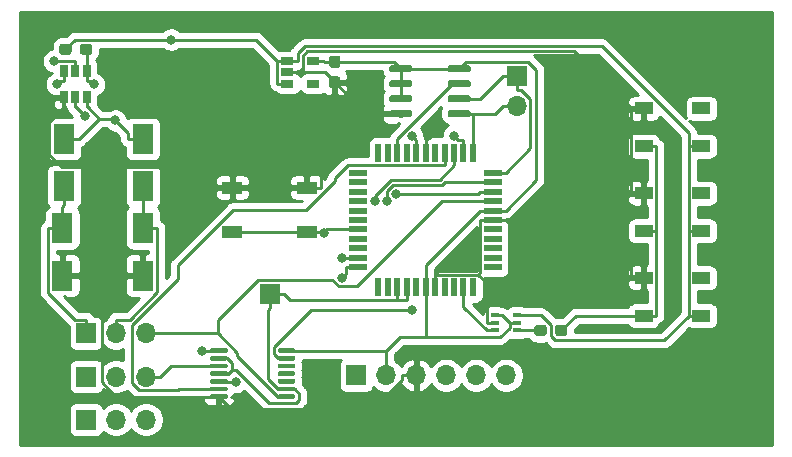
<source format=gbr>
%TF.GenerationSoftware,KiCad,Pcbnew,(5.1.6)-1*%
%TF.CreationDate,2020-09-26T21:02:15-04:00*%
%TF.ProjectId,CellLight,43656c6c-4c69-4676-9874-2e6b69636164,rev?*%
%TF.SameCoordinates,Original*%
%TF.FileFunction,Copper,L1,Top*%
%TF.FilePolarity,Positive*%
%FSLAX46Y46*%
G04 Gerber Fmt 4.6, Leading zero omitted, Abs format (unit mm)*
G04 Created by KiCad (PCBNEW (5.1.6)-1) date 2020-09-26 21:02:15*
%MOMM*%
%LPD*%
G01*
G04 APERTURE LIST*
%TA.AperFunction,ComponentPad*%
%ADD10R,1.700000X1.700000*%
%TD*%
%TA.AperFunction,SMDPad,CuDef*%
%ADD11R,0.650000X0.400000*%
%TD*%
%TA.AperFunction,SMDPad,CuDef*%
%ADD12R,1.060000X0.650000*%
%TD*%
%TA.AperFunction,SMDPad,CuDef*%
%ADD13R,0.650000X1.060000*%
%TD*%
%TA.AperFunction,SMDPad,CuDef*%
%ADD14R,1.500000X0.550000*%
%TD*%
%TA.AperFunction,SMDPad,CuDef*%
%ADD15R,0.550000X1.500000*%
%TD*%
%TA.AperFunction,SMDPad,CuDef*%
%ADD16R,1.700000X1.000000*%
%TD*%
%TA.AperFunction,ComponentPad*%
%ADD17O,1.700000X1.700000*%
%TD*%
%TA.AperFunction,SMDPad,CuDef*%
%ADD18R,1.500000X1.000000*%
%TD*%
%TA.AperFunction,SMDPad,CuDef*%
%ADD19R,1.800000X2.500000*%
%TD*%
%TA.AperFunction,ViaPad*%
%ADD20C,0.800000*%
%TD*%
%TA.AperFunction,Conductor*%
%ADD21C,0.250000*%
%TD*%
%TA.AperFunction,Conductor*%
%ADD22C,0.254000*%
%TD*%
G04 APERTURE END LIST*
D10*
%TO.P,J5,1*%
%TO.N,IO_COM*%
X203250000Y-117950000D03*
%TD*%
D11*
%TO.P,U6,6*%
%TO.N,+5V*%
X224200000Y-119750000D03*
%TO.P,U6,4*%
%TO.N,Net-(R7-Pad2)*%
X224200000Y-121050000D03*
%TO.P,U6,2*%
%TO.N,GND*%
X222300000Y-120400000D03*
%TO.P,U6,5*%
%TO.N,+3V3*%
X224200000Y-120400000D03*
%TO.P,U6,3*%
%TO.N,PWM_OUT*%
X222300000Y-121050000D03*
%TO.P,U6,1*%
%TO.N,+3V3*%
X222300000Y-119750000D03*
%TD*%
D12*
%TO.P,U5,5*%
%TO.N,+3V3*%
X206950000Y-98250000D03*
%TO.P,U5,4*%
%TO.N,Net-(U5-Pad4)*%
X206950000Y-100150000D03*
%TO.P,U5,3*%
%TO.N,+5V*%
X204750000Y-100150000D03*
%TO.P,U5,2*%
%TO.N,GND*%
X204750000Y-99200000D03*
%TO.P,U5,1*%
%TO.N,+5V*%
X204750000Y-98250000D03*
%TD*%
D13*
%TO.P,U4,5*%
%TO.N,Net-(R4-Pad1)*%
X186800000Y-99100000D03*
%TO.P,U4,6*%
%TO.N,Net-(C3-Pad2)*%
X185850000Y-99100000D03*
%TO.P,U4,4*%
%TO.N,Net-(R5-Pad1)*%
X187750000Y-99100000D03*
%TO.P,U4,3*%
%TO.N,+VDC*%
X187750000Y-101300000D03*
%TO.P,U4,2*%
%TO.N,Net-(C3-Pad1)*%
X186800000Y-101300000D03*
%TO.P,U4,1*%
%TO.N,GND*%
X185850000Y-101300000D03*
%TD*%
%TO.P,U3,8*%
%TO.N,+3V3*%
%TA.AperFunction,SMDPad,CuDef*%
G36*
G01*
X218300000Y-99045000D02*
X218300000Y-98745000D01*
G75*
G02*
X218450000Y-98595000I150000J0D01*
G01*
X220100000Y-98595000D01*
G75*
G02*
X220250000Y-98745000I0J-150000D01*
G01*
X220250000Y-99045000D01*
G75*
G02*
X220100000Y-99195000I-150000J0D01*
G01*
X218450000Y-99195000D01*
G75*
G02*
X218300000Y-99045000I0J150000D01*
G01*
G37*
%TD.AperFunction*%
%TO.P,U3,7*%
%TO.N,FRAM_WP*%
%TA.AperFunction,SMDPad,CuDef*%
G36*
G01*
X218300000Y-100315000D02*
X218300000Y-100015000D01*
G75*
G02*
X218450000Y-99865000I150000J0D01*
G01*
X220100000Y-99865000D01*
G75*
G02*
X220250000Y-100015000I0J-150000D01*
G01*
X220250000Y-100315000D01*
G75*
G02*
X220100000Y-100465000I-150000J0D01*
G01*
X218450000Y-100465000D01*
G75*
G02*
X218300000Y-100315000I0J150000D01*
G01*
G37*
%TD.AperFunction*%
%TO.P,U3,6*%
%TO.N,SCL*%
%TA.AperFunction,SMDPad,CuDef*%
G36*
G01*
X218300000Y-101585000D02*
X218300000Y-101285000D01*
G75*
G02*
X218450000Y-101135000I150000J0D01*
G01*
X220100000Y-101135000D01*
G75*
G02*
X220250000Y-101285000I0J-150000D01*
G01*
X220250000Y-101585000D01*
G75*
G02*
X220100000Y-101735000I-150000J0D01*
G01*
X218450000Y-101735000D01*
G75*
G02*
X218300000Y-101585000I0J150000D01*
G01*
G37*
%TD.AperFunction*%
%TO.P,U3,5*%
%TO.N,SDA*%
%TA.AperFunction,SMDPad,CuDef*%
G36*
G01*
X218300000Y-102855000D02*
X218300000Y-102555000D01*
G75*
G02*
X218450000Y-102405000I150000J0D01*
G01*
X220100000Y-102405000D01*
G75*
G02*
X220250000Y-102555000I0J-150000D01*
G01*
X220250000Y-102855000D01*
G75*
G02*
X220100000Y-103005000I-150000J0D01*
G01*
X218450000Y-103005000D01*
G75*
G02*
X218300000Y-102855000I0J150000D01*
G01*
G37*
%TD.AperFunction*%
%TO.P,U3,4*%
%TO.N,GND*%
%TA.AperFunction,SMDPad,CuDef*%
G36*
G01*
X213350000Y-102855000D02*
X213350000Y-102555000D01*
G75*
G02*
X213500000Y-102405000I150000J0D01*
G01*
X215150000Y-102405000D01*
G75*
G02*
X215300000Y-102555000I0J-150000D01*
G01*
X215300000Y-102855000D01*
G75*
G02*
X215150000Y-103005000I-150000J0D01*
G01*
X213500000Y-103005000D01*
G75*
G02*
X213350000Y-102855000I0J150000D01*
G01*
G37*
%TD.AperFunction*%
%TO.P,U3,3*%
%TO.N,+3V3*%
%TA.AperFunction,SMDPad,CuDef*%
G36*
G01*
X213350000Y-101585000D02*
X213350000Y-101285000D01*
G75*
G02*
X213500000Y-101135000I150000J0D01*
G01*
X215150000Y-101135000D01*
G75*
G02*
X215300000Y-101285000I0J-150000D01*
G01*
X215300000Y-101585000D01*
G75*
G02*
X215150000Y-101735000I-150000J0D01*
G01*
X213500000Y-101735000D01*
G75*
G02*
X213350000Y-101585000I0J150000D01*
G01*
G37*
%TD.AperFunction*%
%TO.P,U3,2*%
%TA.AperFunction,SMDPad,CuDef*%
G36*
G01*
X213350000Y-100315000D02*
X213350000Y-100015000D01*
G75*
G02*
X213500000Y-99865000I150000J0D01*
G01*
X215150000Y-99865000D01*
G75*
G02*
X215300000Y-100015000I0J-150000D01*
G01*
X215300000Y-100315000D01*
G75*
G02*
X215150000Y-100465000I-150000J0D01*
G01*
X213500000Y-100465000D01*
G75*
G02*
X213350000Y-100315000I0J150000D01*
G01*
G37*
%TD.AperFunction*%
%TO.P,U3,1*%
%TA.AperFunction,SMDPad,CuDef*%
G36*
G01*
X213350000Y-99045000D02*
X213350000Y-98745000D01*
G75*
G02*
X213500000Y-98595000I150000J0D01*
G01*
X215150000Y-98595000D01*
G75*
G02*
X215300000Y-98745000I0J-150000D01*
G01*
X215300000Y-99045000D01*
G75*
G02*
X215150000Y-99195000I-150000J0D01*
G01*
X213500000Y-99195000D01*
G75*
G02*
X213350000Y-99045000I0J150000D01*
G01*
G37*
%TD.AperFunction*%
%TD*%
%TO.P,U2,14*%
%TO.N,+3V3*%
%TA.AperFunction,SMDPad,CuDef*%
G36*
G01*
X203925000Y-122850000D02*
X203925000Y-122650000D01*
G75*
G02*
X204025000Y-122550000I100000J0D01*
G01*
X205300000Y-122550000D01*
G75*
G02*
X205400000Y-122650000I0J-100000D01*
G01*
X205400000Y-122850000D01*
G75*
G02*
X205300000Y-122950000I-100000J0D01*
G01*
X204025000Y-122950000D01*
G75*
G02*
X203925000Y-122850000I0J100000D01*
G01*
G37*
%TD.AperFunction*%
%TO.P,U2,13*%
%TO.N,PORT1_SEL*%
%TA.AperFunction,SMDPad,CuDef*%
G36*
G01*
X203925000Y-123500000D02*
X203925000Y-123300000D01*
G75*
G02*
X204025000Y-123200000I100000J0D01*
G01*
X205300000Y-123200000D01*
G75*
G02*
X205400000Y-123300000I0J-100000D01*
G01*
X205400000Y-123500000D01*
G75*
G02*
X205300000Y-123600000I-100000J0D01*
G01*
X204025000Y-123600000D01*
G75*
G02*
X203925000Y-123500000I0J100000D01*
G01*
G37*
%TD.AperFunction*%
%TO.P,U2,12*%
%TO.N,Net-(U2-Pad12)*%
%TA.AperFunction,SMDPad,CuDef*%
G36*
G01*
X203925000Y-124150000D02*
X203925000Y-123950000D01*
G75*
G02*
X204025000Y-123850000I100000J0D01*
G01*
X205300000Y-123850000D01*
G75*
G02*
X205400000Y-123950000I0J-100000D01*
G01*
X205400000Y-124150000D01*
G75*
G02*
X205300000Y-124250000I-100000J0D01*
G01*
X204025000Y-124250000D01*
G75*
G02*
X203925000Y-124150000I0J100000D01*
G01*
G37*
%TD.AperFunction*%
%TO.P,U2,11*%
%TO.N,Net-(U2-Pad11)*%
%TA.AperFunction,SMDPad,CuDef*%
G36*
G01*
X203925000Y-124800000D02*
X203925000Y-124600000D01*
G75*
G02*
X204025000Y-124500000I100000J0D01*
G01*
X205300000Y-124500000D01*
G75*
G02*
X205400000Y-124600000I0J-100000D01*
G01*
X205400000Y-124800000D01*
G75*
G02*
X205300000Y-124900000I-100000J0D01*
G01*
X204025000Y-124900000D01*
G75*
G02*
X203925000Y-124800000I0J100000D01*
G01*
G37*
%TD.AperFunction*%
%TO.P,U2,10*%
%TO.N,Net-(U2-Pad10)*%
%TA.AperFunction,SMDPad,CuDef*%
G36*
G01*
X203925000Y-125450000D02*
X203925000Y-125250000D01*
G75*
G02*
X204025000Y-125150000I100000J0D01*
G01*
X205300000Y-125150000D01*
G75*
G02*
X205400000Y-125250000I0J-100000D01*
G01*
X205400000Y-125450000D01*
G75*
G02*
X205300000Y-125550000I-100000J0D01*
G01*
X204025000Y-125550000D01*
G75*
G02*
X203925000Y-125450000I0J100000D01*
G01*
G37*
%TD.AperFunction*%
%TO.P,U2,9*%
%TO.N,IO_COM*%
%TA.AperFunction,SMDPad,CuDef*%
G36*
G01*
X203925000Y-126100000D02*
X203925000Y-125900000D01*
G75*
G02*
X204025000Y-125800000I100000J0D01*
G01*
X205300000Y-125800000D01*
G75*
G02*
X205400000Y-125900000I0J-100000D01*
G01*
X205400000Y-126100000D01*
G75*
G02*
X205300000Y-126200000I-100000J0D01*
G01*
X204025000Y-126200000D01*
G75*
G02*
X203925000Y-126100000I0J100000D01*
G01*
G37*
%TD.AperFunction*%
%TO.P,U2,8*%
%TO.N,PORT3_IO*%
%TA.AperFunction,SMDPad,CuDef*%
G36*
G01*
X203925000Y-126750000D02*
X203925000Y-126550000D01*
G75*
G02*
X204025000Y-126450000I100000J0D01*
G01*
X205300000Y-126450000D01*
G75*
G02*
X205400000Y-126550000I0J-100000D01*
G01*
X205400000Y-126750000D01*
G75*
G02*
X205300000Y-126850000I-100000J0D01*
G01*
X204025000Y-126850000D01*
G75*
G02*
X203925000Y-126750000I0J100000D01*
G01*
G37*
%TD.AperFunction*%
%TO.P,U2,7*%
%TO.N,GND*%
%TA.AperFunction,SMDPad,CuDef*%
G36*
G01*
X198200000Y-126750000D02*
X198200000Y-126550000D01*
G75*
G02*
X198300000Y-126450000I100000J0D01*
G01*
X199575000Y-126450000D01*
G75*
G02*
X199675000Y-126550000I0J-100000D01*
G01*
X199675000Y-126750000D01*
G75*
G02*
X199575000Y-126850000I-100000J0D01*
G01*
X198300000Y-126850000D01*
G75*
G02*
X198200000Y-126750000I0J100000D01*
G01*
G37*
%TD.AperFunction*%
%TO.P,U2,6*%
%TO.N,PORT3_SEL*%
%TA.AperFunction,SMDPad,CuDef*%
G36*
G01*
X198200000Y-126100000D02*
X198200000Y-125900000D01*
G75*
G02*
X198300000Y-125800000I100000J0D01*
G01*
X199575000Y-125800000D01*
G75*
G02*
X199675000Y-125900000I0J-100000D01*
G01*
X199675000Y-126100000D01*
G75*
G02*
X199575000Y-126200000I-100000J0D01*
G01*
X198300000Y-126200000D01*
G75*
G02*
X198200000Y-126100000I0J100000D01*
G01*
G37*
%TD.AperFunction*%
%TO.P,U2,5*%
%TO.N,PORT2_SEL*%
%TA.AperFunction,SMDPad,CuDef*%
G36*
G01*
X198200000Y-125450000D02*
X198200000Y-125250000D01*
G75*
G02*
X198300000Y-125150000I100000J0D01*
G01*
X199575000Y-125150000D01*
G75*
G02*
X199675000Y-125250000I0J-100000D01*
G01*
X199675000Y-125450000D01*
G75*
G02*
X199575000Y-125550000I-100000J0D01*
G01*
X198300000Y-125550000D01*
G75*
G02*
X198200000Y-125450000I0J100000D01*
G01*
G37*
%TD.AperFunction*%
%TO.P,U2,4*%
%TO.N,IO_COM*%
%TA.AperFunction,SMDPad,CuDef*%
G36*
G01*
X198200000Y-124800000D02*
X198200000Y-124600000D01*
G75*
G02*
X198300000Y-124500000I100000J0D01*
G01*
X199575000Y-124500000D01*
G75*
G02*
X199675000Y-124600000I0J-100000D01*
G01*
X199675000Y-124800000D01*
G75*
G02*
X199575000Y-124900000I-100000J0D01*
G01*
X198300000Y-124900000D01*
G75*
G02*
X198200000Y-124800000I0J100000D01*
G01*
G37*
%TD.AperFunction*%
%TO.P,U2,3*%
%TO.N,PORT2_IO*%
%TA.AperFunction,SMDPad,CuDef*%
G36*
G01*
X198200000Y-124150000D02*
X198200000Y-123950000D01*
G75*
G02*
X198300000Y-123850000I100000J0D01*
G01*
X199575000Y-123850000D01*
G75*
G02*
X199675000Y-123950000I0J-100000D01*
G01*
X199675000Y-124150000D01*
G75*
G02*
X199575000Y-124250000I-100000J0D01*
G01*
X198300000Y-124250000D01*
G75*
G02*
X198200000Y-124150000I0J100000D01*
G01*
G37*
%TD.AperFunction*%
%TO.P,U2,2*%
%TO.N,IO_COM*%
%TA.AperFunction,SMDPad,CuDef*%
G36*
G01*
X198200000Y-123500000D02*
X198200000Y-123300000D01*
G75*
G02*
X198300000Y-123200000I100000J0D01*
G01*
X199575000Y-123200000D01*
G75*
G02*
X199675000Y-123300000I0J-100000D01*
G01*
X199675000Y-123500000D01*
G75*
G02*
X199575000Y-123600000I-100000J0D01*
G01*
X198300000Y-123600000D01*
G75*
G02*
X198200000Y-123500000I0J100000D01*
G01*
G37*
%TD.AperFunction*%
%TO.P,U2,1*%
%TO.N,PORT1_IO*%
%TA.AperFunction,SMDPad,CuDef*%
G36*
G01*
X198200000Y-122850000D02*
X198200000Y-122650000D01*
G75*
G02*
X198300000Y-122550000I100000J0D01*
G01*
X199575000Y-122550000D01*
G75*
G02*
X199675000Y-122650000I0J-100000D01*
G01*
X199675000Y-122850000D01*
G75*
G02*
X199575000Y-122950000I-100000J0D01*
G01*
X198300000Y-122950000D01*
G75*
G02*
X198200000Y-122850000I0J100000D01*
G01*
G37*
%TD.AperFunction*%
%TD*%
D14*
%TO.P,U1,44*%
%TO.N,SCL*%
X222150000Y-107700000D03*
%TO.P,U1,43*%
%TO.N,PORT1_IO*%
X222150000Y-108500000D03*
%TO.P,U1,42*%
%TO.N,PORT2_IO*%
X222150000Y-109300000D03*
%TO.P,U1,41*%
%TO.N,PORT3_IO*%
X222150000Y-110100000D03*
%TO.P,U1,40*%
%TO.N,+3V3*%
X222150000Y-110900000D03*
%TO.P,U1,39*%
%TO.N,GND*%
X222150000Y-111700000D03*
%TO.P,U1,38*%
%TO.N,Net-(U1-Pad38)*%
X222150000Y-112500000D03*
%TO.P,U1,37*%
%TO.N,Net-(U1-Pad37)*%
X222150000Y-113300000D03*
%TO.P,U1,36*%
%TO.N,Net-(U1-Pad36)*%
X222150000Y-114100000D03*
%TO.P,U1,35*%
%TO.N,Net-(U1-Pad35)*%
X222150000Y-114900000D03*
%TO.P,U1,34*%
%TO.N,Net-(U1-Pad34)*%
X222150000Y-115700000D03*
D15*
%TO.P,U1,33*%
%TO.N,Net-(U1-Pad33)*%
X220450000Y-117400000D03*
%TO.P,U1,32*%
%TO.N,PWM_OUT*%
X219650000Y-117400000D03*
%TO.P,U1,31*%
%TO.N,Net-(U1-Pad31)*%
X218850000Y-117400000D03*
%TO.P,U1,30*%
%TO.N,Net-(U1-Pad30)*%
X218050000Y-117400000D03*
%TO.P,U1,29*%
%TO.N,GND*%
X217250000Y-117400000D03*
%TO.P,U1,28*%
%TO.N,+3V3*%
X216450000Y-117400000D03*
%TO.P,U1,27*%
%TO.N,Net-(U1-Pad27)*%
X215650000Y-117400000D03*
%TO.P,U1,26*%
%TO.N,IO_COM*%
X214850000Y-117400000D03*
%TO.P,U1,25*%
X214050000Y-117400000D03*
%TO.P,U1,24*%
%TO.N,Net-(U1-Pad24)*%
X213250000Y-117400000D03*
%TO.P,U1,23*%
%TO.N,Net-(U1-Pad23)*%
X212450000Y-117400000D03*
D14*
%TO.P,U1,22*%
%TO.N,PGEC*%
X210750000Y-115700000D03*
%TO.P,U1,21*%
%TO.N,PGED*%
X210750000Y-114900000D03*
%TO.P,U1,20*%
%TO.N,Net-(U1-Pad20)*%
X210750000Y-114100000D03*
%TO.P,U1,19*%
%TO.N,Net-(U1-Pad19)*%
X210750000Y-113300000D03*
%TO.P,U1,18*%
%TO.N,RESET*%
X210750000Y-112500000D03*
%TO.P,U1,17*%
%TO.N,Net-(U1-Pad17)*%
X210750000Y-111700000D03*
%TO.P,U1,16*%
%TO.N,Net-(U1-Pad16)*%
X210750000Y-110900000D03*
%TO.P,U1,15*%
%TO.N,Net-(U1-Pad15)*%
X210750000Y-110100000D03*
%TO.P,U1,14*%
%TO.N,Net-(U1-Pad14)*%
X210750000Y-109300000D03*
%TO.P,U1,13*%
%TO.N,Net-(U1-Pad13)*%
X210750000Y-108500000D03*
%TO.P,U1,12*%
%TO.N,Net-(U1-Pad12)*%
X210750000Y-107700000D03*
D15*
%TO.P,U1,11*%
%TO.N,Net-(U1-Pad11)*%
X212450000Y-106000000D03*
%TO.P,U1,10*%
%TO.N,Net-(U1-Pad10)*%
X213250000Y-106000000D03*
%TO.P,U1,9*%
%TO.N,FRAM_WP*%
X214050000Y-106000000D03*
%TO.P,U1,8*%
%TO.N,Net-(U1-Pad8)*%
X214850000Y-106000000D03*
%TO.P,U1,7*%
%TO.N,Net-(C1-Pad2)*%
X215650000Y-106000000D03*
%TO.P,U1,6*%
%TO.N,GND*%
X216450000Y-106000000D03*
%TO.P,U1,5*%
%TO.N,Net-(U1-Pad5)*%
X217250000Y-106000000D03*
%TO.P,U1,4*%
%TO.N,PORT3_SEL*%
X218050000Y-106000000D03*
%TO.P,U1,3*%
%TO.N,PORT2_SEL*%
X218850000Y-106000000D03*
%TO.P,U1,2*%
%TO.N,PORT1_SEL*%
X219650000Y-106000000D03*
%TO.P,U1,1*%
%TO.N,SDA*%
X220450000Y-106000000D03*
%TD*%
D16*
%TO.P,SW1,2*%
%TO.N,RESET*%
X206375000Y-112750000D03*
X200075000Y-112750000D03*
%TO.P,SW1,1*%
%TO.N,GND*%
X206375000Y-108950000D03*
X200075000Y-108950000D03*
%TD*%
%TO.P,R7,2*%
%TO.N,Net-(R7-Pad2)*%
%TA.AperFunction,SMDPad,CuDef*%
G36*
G01*
X226700000Y-120812500D02*
X226700000Y-121287500D01*
G75*
G02*
X226462500Y-121525000I-237500J0D01*
G01*
X225887500Y-121525000D01*
G75*
G02*
X225650000Y-121287500I0J237500D01*
G01*
X225650000Y-120812500D01*
G75*
G02*
X225887500Y-120575000I237500J0D01*
G01*
X226462500Y-120575000D01*
G75*
G02*
X226700000Y-120812500I0J-237500D01*
G01*
G37*
%TD.AperFunction*%
%TO.P,R7,1*%
%TO.N,Net-(D10-Pad4)*%
%TA.AperFunction,SMDPad,CuDef*%
G36*
G01*
X228450000Y-120812500D02*
X228450000Y-121287500D01*
G75*
G02*
X228212500Y-121525000I-237500J0D01*
G01*
X227637500Y-121525000D01*
G75*
G02*
X227400000Y-121287500I0J237500D01*
G01*
X227400000Y-120812500D01*
G75*
G02*
X227637500Y-120575000I237500J0D01*
G01*
X228212500Y-120575000D01*
G75*
G02*
X228450000Y-120812500I0J-237500D01*
G01*
G37*
%TD.AperFunction*%
%TD*%
%TO.P,R6,2*%
%TO.N,+5V*%
%TA.AperFunction,SMDPad,CuDef*%
G36*
G01*
X186475000Y-97012500D02*
X186475000Y-97487500D01*
G75*
G02*
X186237500Y-97725000I-237500J0D01*
G01*
X185662500Y-97725000D01*
G75*
G02*
X185425000Y-97487500I0J237500D01*
G01*
X185425000Y-97012500D01*
G75*
G02*
X185662500Y-96775000I237500J0D01*
G01*
X186237500Y-96775000D01*
G75*
G02*
X186475000Y-97012500I0J-237500D01*
G01*
G37*
%TD.AperFunction*%
%TO.P,R6,1*%
%TO.N,Net-(R5-Pad1)*%
%TA.AperFunction,SMDPad,CuDef*%
G36*
G01*
X188225000Y-97012500D02*
X188225000Y-97487500D01*
G75*
G02*
X187987500Y-97725000I-237500J0D01*
G01*
X187412500Y-97725000D01*
G75*
G02*
X187175000Y-97487500I0J237500D01*
G01*
X187175000Y-97012500D01*
G75*
G02*
X187412500Y-96775000I237500J0D01*
G01*
X187987500Y-96775000D01*
G75*
G02*
X188225000Y-97012500I0J-237500D01*
G01*
G37*
%TD.AperFunction*%
%TD*%
D17*
%TO.P,J6,2*%
%TO.N,SDA*%
X224150000Y-102040000D03*
D10*
%TO.P,J6,1*%
%TO.N,SCL*%
X224150000Y-99500000D03*
%TD*%
D17*
%TO.P,J4,6*%
%TO.N,Net-(J4-Pad6)*%
X223270000Y-124850000D03*
%TO.P,J4,5*%
%TO.N,PGEC*%
X220730000Y-124850000D03*
%TO.P,J4,4*%
%TO.N,PGED*%
X218190000Y-124850000D03*
%TO.P,J4,3*%
%TO.N,GND*%
X215650000Y-124850000D03*
%TO.P,J4,2*%
%TO.N,+3V3*%
X213110000Y-124850000D03*
D10*
%TO.P,J4,1*%
%TO.N,RESET*%
X210570000Y-124850000D03*
%TD*%
D17*
%TO.P,J3,3*%
%TO.N,PORT3_IO*%
X192780000Y-121300000D03*
%TO.P,J3,2*%
%TO.N,PRI_LO*%
X190240000Y-121300000D03*
D10*
%TO.P,J3,1*%
%TO.N,PRI_HI*%
X187700000Y-121300000D03*
%TD*%
D17*
%TO.P,J2,3*%
%TO.N,PORT2_IO*%
X192790000Y-124950000D03*
%TO.P,J2,2*%
%TO.N,PRI_LO*%
X190250000Y-124950000D03*
D10*
%TO.P,J2,1*%
%TO.N,PRI_HI*%
X187710000Y-124950000D03*
%TD*%
D17*
%TO.P,J1,3*%
%TO.N,PORT1_IO*%
X192780000Y-128600000D03*
%TO.P,J1,2*%
%TO.N,PRI_LO*%
X190240000Y-128600000D03*
D10*
%TO.P,J1,1*%
%TO.N,PRI_HI*%
X187700000Y-128600000D03*
%TD*%
D18*
%TO.P,D7,3*%
%TO.N,GND*%
X234900000Y-116600000D03*
%TO.P,D7,4*%
%TO.N,Net-(D10-Pad4)*%
X234900000Y-119800000D03*
%TO.P,D7,2*%
%TO.N,Net-(D7-Pad2)*%
X239800000Y-116600000D03*
%TO.P,D7,1*%
%TO.N,+5V*%
X239800000Y-119800000D03*
%TD*%
%TO.P,D6,1*%
%TO.N,+5V*%
X239800000Y-112625000D03*
%TO.P,D6,2*%
%TO.N,Net-(D6-Pad2)*%
X239800000Y-109425000D03*
%TO.P,D6,4*%
%TO.N,Net-(D10-Pad4)*%
X234900000Y-112625000D03*
%TO.P,D6,3*%
%TO.N,GND*%
X234900000Y-109425000D03*
%TD*%
%TO.P,D5,3*%
%TO.N,GND*%
X234900000Y-102250000D03*
%TO.P,D5,4*%
%TO.N,Net-(D10-Pad4)*%
X234900000Y-105450000D03*
%TO.P,D5,2*%
%TO.N,Net-(D5-Pad2)*%
X239800000Y-102250000D03*
%TO.P,D5,1*%
%TO.N,+5V*%
X239800000Y-105450000D03*
%TD*%
D19*
%TO.P,D4,2*%
%TO.N,PRI_LO*%
X192500000Y-108850000D03*
%TO.P,D4,1*%
%TO.N,+VDC*%
X192500000Y-104850000D03*
%TD*%
%TO.P,D3,1*%
%TO.N,+VDC*%
X185850000Y-104850000D03*
%TO.P,D3,2*%
%TO.N,PRI_HI*%
X185850000Y-108850000D03*
%TD*%
%TO.P,D2,2*%
%TO.N,GND*%
X192500000Y-116400000D03*
%TO.P,D2,1*%
%TO.N,PRI_LO*%
X192500000Y-112400000D03*
%TD*%
%TO.P,D1,2*%
%TO.N,GND*%
X185700000Y-116400000D03*
%TO.P,D1,1*%
%TO.N,PRI_HI*%
X185700000Y-112400000D03*
%TD*%
%TO.P,C11,2*%
%TO.N,GND*%
%TA.AperFunction,SMDPad,CuDef*%
G36*
G01*
X208512500Y-99525000D02*
X208987500Y-99525000D01*
G75*
G02*
X209225000Y-99762500I0J-237500D01*
G01*
X209225000Y-100337500D01*
G75*
G02*
X208987500Y-100575000I-237500J0D01*
G01*
X208512500Y-100575000D01*
G75*
G02*
X208275000Y-100337500I0J237500D01*
G01*
X208275000Y-99762500D01*
G75*
G02*
X208512500Y-99525000I237500J0D01*
G01*
G37*
%TD.AperFunction*%
%TO.P,C11,1*%
%TO.N,+3V3*%
%TA.AperFunction,SMDPad,CuDef*%
G36*
G01*
X208512500Y-97775000D02*
X208987500Y-97775000D01*
G75*
G02*
X209225000Y-98012500I0J-237500D01*
G01*
X209225000Y-98587500D01*
G75*
G02*
X208987500Y-98825000I-237500J0D01*
G01*
X208512500Y-98825000D01*
G75*
G02*
X208275000Y-98587500I0J237500D01*
G01*
X208275000Y-98012500D01*
G75*
G02*
X208512500Y-97775000I237500J0D01*
G01*
G37*
%TD.AperFunction*%
%TD*%
D20*
%TO.N,Net-(C1-Pad2)*%
X215314100Y-104622000D03*
%TO.N,GND*%
X216618800Y-104620400D03*
%TO.N,Net-(C3-Pad2)*%
X185214200Y-100194800D03*
%TO.N,Net-(C3-Pad1)*%
X187572300Y-102913800D03*
%TO.N,+5V*%
X194895600Y-96434600D03*
%TO.N,+VDC*%
X190180200Y-103262100D03*
%TO.N,PORT1_IO*%
X197552900Y-122750000D03*
X213151700Y-110078300D03*
%TO.N,PORT2_IO*%
X213971600Y-109464700D03*
%TO.N,PGEC*%
X209389700Y-116577000D03*
%TO.N,PGED*%
X209397100Y-114900000D03*
%TO.N,RESET*%
X207832600Y-112802900D03*
%TO.N,Net-(R4-Pad1)*%
X184990100Y-98244700D03*
%TO.N,Net-(R5-Pad1)*%
X188369500Y-100209500D03*
%TO.N,PORT2_SEL*%
X200384900Y-125414900D03*
X212128600Y-110095600D03*
%TO.N,PORT1_SEL*%
X215321400Y-119320100D03*
X218846000Y-104548700D03*
%TD*%
D21*
%TO.N,Net-(C1-Pad2)*%
X215650000Y-106000000D02*
X215650000Y-104924700D01*
X215650000Y-104924700D02*
X215616800Y-104924700D01*
X215616800Y-104924700D02*
X215314100Y-104622000D01*
%TO.N,GND*%
X189026600Y-116400000D02*
X189026600Y-125443200D01*
X189026600Y-125443200D02*
X190233400Y-126650000D01*
X190233400Y-126650000D02*
X198937500Y-126650000D01*
X198937500Y-126650000D02*
X199955500Y-127668000D01*
X199955500Y-127668000D02*
X212024000Y-127668000D01*
X212024000Y-127668000D02*
X214474700Y-125217300D01*
X214474700Y-125217300D02*
X214474700Y-124850000D01*
X215650000Y-124850000D02*
X214474700Y-124850000D01*
X211405000Y-102705000D02*
X207550300Y-106559700D01*
X207550300Y-106559700D02*
X207550300Y-108950000D01*
X216450000Y-106000000D02*
X216450000Y-104789200D01*
X216450000Y-104789200D02*
X216618800Y-104620400D01*
X206375000Y-108950000D02*
X207550300Y-108950000D01*
X200075000Y-108950000D02*
X206375000Y-108950000D01*
X211405000Y-102705000D02*
X214325000Y-102705000D01*
X208750000Y-100050000D02*
X211405000Y-102705000D01*
X189026600Y-116400000D02*
X189874900Y-116400000D01*
X185700000Y-116400000D02*
X189026600Y-116400000D01*
X189874900Y-116400000D02*
X192500000Y-116400000D01*
X189874900Y-116400000D02*
X189874900Y-107237500D01*
X189874900Y-107237500D02*
X197187200Y-107237500D01*
X197187200Y-107237500D02*
X198899700Y-108950000D01*
X185850000Y-102155300D02*
X184587200Y-103418100D01*
X184587200Y-103418100D02*
X184587200Y-106200100D01*
X184587200Y-106200100D02*
X185624600Y-107237500D01*
X185624600Y-107237500D02*
X189874900Y-107237500D01*
X200075000Y-108950000D02*
X198899700Y-108950000D01*
X185850000Y-101300000D02*
X185850000Y-102155300D01*
X220900700Y-116324700D02*
X221074700Y-116150700D01*
X221074700Y-116150700D02*
X221074700Y-111700000D01*
X217250000Y-116324700D02*
X220900700Y-116324700D01*
X220900700Y-116324700D02*
X221649700Y-117073700D01*
X221649700Y-117073700D02*
X221649700Y-120400000D01*
X217250000Y-117400000D02*
X217250000Y-116324700D01*
X222300000Y-120400000D02*
X221649700Y-120400000D01*
X222150000Y-111700000D02*
X221074700Y-111700000D01*
X231549700Y-111700000D02*
X222150000Y-111700000D01*
X206055600Y-99200000D02*
X207900000Y-99200000D01*
X207900000Y-99200000D02*
X208750000Y-100050000D01*
X206055600Y-99200000D02*
X206055600Y-97799700D01*
X206055600Y-97799700D02*
X206437100Y-97418200D01*
X206437100Y-97418200D02*
X228992900Y-97418200D01*
X228992900Y-97418200D02*
X233824700Y-102250000D01*
X234900000Y-116600000D02*
X233824700Y-116600000D01*
X233824700Y-109425000D02*
X231549700Y-111700000D01*
X233824700Y-116600000D02*
X233824700Y-113975000D01*
X233824700Y-113975000D02*
X231549700Y-111700000D01*
X233824700Y-102250000D02*
X233824700Y-109425000D01*
X234900000Y-109425000D02*
X233824700Y-109425000D01*
X204750000Y-99200000D02*
X206055600Y-99200000D01*
X234900000Y-102250000D02*
X233824700Y-102250000D01*
%TO.N,+3V3*%
X213110000Y-122750000D02*
X214260500Y-121599500D01*
X214260500Y-121599500D02*
X216450000Y-121599500D01*
X213110000Y-123674700D02*
X213110000Y-122750000D01*
X213110000Y-122750000D02*
X204662500Y-122750000D01*
X213110000Y-124850000D02*
X213110000Y-123674700D01*
X216450000Y-121599500D02*
X222776700Y-121599500D01*
X222776700Y-121599500D02*
X223549700Y-120826500D01*
X223549700Y-120826500D02*
X223549700Y-120400000D01*
X216450000Y-121599500D02*
X216450000Y-118475300D01*
X216450000Y-117400000D02*
X216450000Y-118475300D01*
X206950000Y-98250000D02*
X207805300Y-98250000D01*
X208750000Y-98300000D02*
X207855300Y-98300000D01*
X207855300Y-98300000D02*
X207805300Y-98250000D01*
X214325000Y-98895000D02*
X213730000Y-98300000D01*
X213730000Y-98300000D02*
X208750000Y-98300000D01*
X222784500Y-119750000D02*
X222899700Y-119750000D01*
X222899700Y-119750000D02*
X223549700Y-120400000D01*
X221074700Y-110900000D02*
X216450000Y-115524700D01*
X216450000Y-115524700D02*
X216450000Y-116324700D01*
X224200000Y-120400000D02*
X223549700Y-120400000D01*
X222300000Y-119750000D02*
X222784500Y-119750000D01*
X216450000Y-117400000D02*
X216450000Y-116324700D01*
X222150000Y-110900000D02*
X221074700Y-110900000D01*
X222150000Y-110900000D02*
X223225300Y-110900000D01*
X223225300Y-110900000D02*
X225817500Y-108307800D01*
X225817500Y-108307800D02*
X225817500Y-98994200D01*
X225817500Y-98994200D02*
X225147900Y-98324600D01*
X225147900Y-98324600D02*
X219845400Y-98324600D01*
X219845400Y-98324600D02*
X219275000Y-98895000D01*
X219275000Y-98895000D02*
X214325000Y-98895000D01*
X214325000Y-100165000D02*
X214325000Y-98895000D01*
X214325000Y-100165000D02*
X214325000Y-101435000D01*
%TO.N,Net-(C3-Pad2)*%
X185850000Y-99100000D02*
X185850000Y-99955300D01*
X185850000Y-99955300D02*
X185453700Y-99955300D01*
X185453700Y-99955300D02*
X185214200Y-100194800D01*
%TO.N,Net-(C3-Pad1)*%
X186800000Y-101300000D02*
X186800000Y-102155300D01*
X186800000Y-102155300D02*
X186813800Y-102155300D01*
X186813800Y-102155300D02*
X187572300Y-102913800D01*
%TO.N,+5V*%
X238724700Y-105450000D02*
X238724700Y-112625000D01*
X205605300Y-98250000D02*
X205605300Y-97599700D01*
X205605300Y-97599700D02*
X206237700Y-96967300D01*
X206237700Y-96967300D02*
X231345800Y-96967300D01*
X231345800Y-96967300D02*
X238724700Y-104346200D01*
X238724700Y-104346200D02*
X238724700Y-105450000D01*
X239800000Y-112625000D02*
X238724700Y-112625000D01*
X238724700Y-112625000D02*
X238724700Y-119800000D01*
X238724700Y-119800000D02*
X236624900Y-121899800D01*
X236624900Y-121899800D02*
X227437900Y-121899800D01*
X227437900Y-121899800D02*
X227050000Y-121511900D01*
X227050000Y-121511900D02*
X227050000Y-120590900D01*
X227050000Y-120590900D02*
X226209100Y-119750000D01*
X226209100Y-119750000D02*
X224200000Y-119750000D01*
X239800000Y-119800000D02*
X238724700Y-119800000D01*
X194895600Y-96434600D02*
X202079300Y-96434600D01*
X202079300Y-96434600D02*
X203894700Y-98250000D01*
X185950000Y-97250000D02*
X186765400Y-96434600D01*
X186765400Y-96434600D02*
X194895600Y-96434600D01*
X204750000Y-98250000D02*
X205605300Y-98250000D01*
X204750000Y-98250000D02*
X203894700Y-98250000D01*
X203894700Y-98250000D02*
X203894700Y-100150000D01*
X204750000Y-100150000D02*
X203894700Y-100150000D01*
X239800000Y-105450000D02*
X238724700Y-105450000D01*
%TO.N,+VDC*%
X190180200Y-103262100D02*
X191274700Y-104356600D01*
X191274700Y-104356600D02*
X191274700Y-104850000D01*
X188815000Y-103110300D02*
X190028400Y-103110300D01*
X190028400Y-103110300D02*
X190180200Y-103262100D01*
X187075300Y-104850000D02*
X188815000Y-103110300D01*
X188815000Y-103110300D02*
X187860000Y-102155300D01*
X187860000Y-102155300D02*
X187750000Y-102155300D01*
X192500000Y-104850000D02*
X191274700Y-104850000D01*
X185850000Y-104850000D02*
X187075300Y-104850000D01*
X187750000Y-101300000D02*
X187750000Y-102155300D01*
%TO.N,PRI_HI*%
X185700000Y-112400000D02*
X184474700Y-112400000D01*
X184474700Y-112400000D02*
X184474700Y-117854300D01*
X184474700Y-117854300D02*
X186745100Y-120124700D01*
X186745100Y-120124700D02*
X187700000Y-120124700D01*
X185850000Y-110425300D02*
X185700000Y-110575300D01*
X185700000Y-110575300D02*
X185700000Y-112400000D01*
X187700000Y-121300000D02*
X187700000Y-120124700D01*
X185850000Y-108850000D02*
X185850000Y-110425300D01*
%TO.N,PRI_LO*%
X192500000Y-112400000D02*
X193725300Y-112400000D01*
X193725300Y-112400000D02*
X193725300Y-117814700D01*
X193725300Y-117814700D02*
X191415300Y-120124700D01*
X191415300Y-120124700D02*
X190240000Y-120124700D01*
X192500000Y-108850000D02*
X192500000Y-112400000D01*
X190240000Y-121300000D02*
X190240000Y-120124700D01*
%TO.N,Net-(D10-Pad4)*%
X235919000Y-112625000D02*
X235975300Y-112568700D01*
X235975300Y-112568700D02*
X235975300Y-105450000D01*
X235862700Y-112625000D02*
X235919000Y-112625000D01*
X235919000Y-112625000D02*
X235975300Y-112681300D01*
X235975300Y-112681300D02*
X235975300Y-119800000D01*
X234900000Y-119800000D02*
X235975300Y-119800000D01*
X227925000Y-121050000D02*
X229175000Y-119800000D01*
X229175000Y-119800000D02*
X234900000Y-119800000D01*
X234900000Y-112625000D02*
X235862700Y-112625000D01*
X234900000Y-105450000D02*
X235975300Y-105450000D01*
%TO.N,PORT1_IO*%
X222150000Y-108500000D02*
X218097600Y-108500000D01*
X218097600Y-108500000D02*
X217858200Y-108739400D01*
X217858200Y-108739400D02*
X213671200Y-108739400D01*
X213671200Y-108739400D02*
X213151800Y-109258800D01*
X213151800Y-109258800D02*
X213151800Y-110078300D01*
X213151800Y-110078300D02*
X213151700Y-110078300D01*
X197552900Y-122750000D02*
X198937500Y-122750000D01*
%TO.N,PORT2_IO*%
X222150000Y-109300000D02*
X221074700Y-109300000D01*
X213971600Y-109464700D02*
X220910000Y-109464700D01*
X220910000Y-109464700D02*
X221074700Y-109300000D01*
X192790000Y-124950000D02*
X193965300Y-124950000D01*
X193965300Y-124950000D02*
X194865300Y-124050000D01*
X194865300Y-124050000D02*
X198937500Y-124050000D01*
%TO.N,PORT3_IO*%
X198838100Y-121300000D02*
X198838100Y-120142900D01*
X198838100Y-120142900D02*
X202239500Y-116741500D01*
X202239500Y-116741500D02*
X208528500Y-116741500D01*
X208528500Y-116741500D02*
X209089300Y-117302300D01*
X209089300Y-117302300D02*
X210633500Y-117302300D01*
X210633500Y-117302300D02*
X217835800Y-110100000D01*
X217835800Y-110100000D02*
X222150000Y-110100000D01*
X198838100Y-121300000D02*
X200480200Y-122942100D01*
X200480200Y-122942100D02*
X200480200Y-123198600D01*
X200480200Y-123198600D02*
X203931600Y-126650000D01*
X203931600Y-126650000D02*
X204662500Y-126650000D01*
X192780000Y-121300000D02*
X198838100Y-121300000D01*
%TO.N,PGEC*%
X210750000Y-115700000D02*
X209674700Y-115700000D01*
X209389700Y-116577000D02*
X209674700Y-116292000D01*
X209674700Y-116292000D02*
X209674700Y-115700000D01*
%TO.N,PGED*%
X210750000Y-114900000D02*
X209397100Y-114900000D01*
%TO.N,RESET*%
X210750000Y-112500000D02*
X208135500Y-112500000D01*
X208135500Y-112500000D02*
X207832600Y-112802900D01*
X200075000Y-112750000D02*
X206375000Y-112750000D01*
X206375000Y-112750000D02*
X207550300Y-112750000D01*
X207832600Y-112802900D02*
X207603200Y-112802900D01*
X207603200Y-112802900D02*
X207550300Y-112750000D01*
%TO.N,IO_COM*%
X203250000Y-117950000D02*
X203250000Y-119125300D01*
X204662500Y-126000000D02*
X203918500Y-126000000D01*
X203918500Y-126000000D02*
X203082000Y-125163500D01*
X203082000Y-125163500D02*
X203082000Y-119293300D01*
X203082000Y-119293300D02*
X203250000Y-119125300D01*
X200029800Y-124378000D02*
X200373800Y-124378000D01*
X200373800Y-124378000D02*
X203180400Y-127184600D01*
X203180400Y-127184600D02*
X205485800Y-127184600D01*
X205485800Y-127184600D02*
X205754800Y-126915600D01*
X205754800Y-126915600D02*
X205754800Y-126394800D01*
X205754800Y-126394800D02*
X205360000Y-126000000D01*
X205360000Y-126000000D02*
X204662500Y-126000000D01*
X203250000Y-117950000D02*
X204425300Y-117950000D01*
X214050000Y-118475300D02*
X204950600Y-118475300D01*
X204950600Y-118475300D02*
X204425300Y-117950000D01*
X214050000Y-118362700D02*
X214050000Y-118475300D01*
X214050000Y-118475300D02*
X214850000Y-118475300D01*
X200029800Y-124378000D02*
X199707800Y-124700000D01*
X199707800Y-124700000D02*
X198937500Y-124700000D01*
X198937500Y-123400000D02*
X199635000Y-123400000D01*
X199635000Y-123400000D02*
X200029800Y-123794800D01*
X200029800Y-123794800D02*
X200029800Y-124378000D01*
X214050000Y-117400000D02*
X214050000Y-118362700D01*
X214850000Y-117400000D02*
X214850000Y-118475300D01*
%TO.N,SDA*%
X220450000Y-102705000D02*
X219275000Y-102705000D01*
X222974700Y-102040000D02*
X222309700Y-102705000D01*
X222309700Y-102705000D02*
X220450000Y-102705000D01*
X220450000Y-104924700D02*
X220450000Y-102705000D01*
X220450000Y-106000000D02*
X220450000Y-104924700D01*
X224150000Y-102040000D02*
X222974700Y-102040000D01*
%TO.N,SCL*%
X224150000Y-100675300D02*
X224517400Y-100675300D01*
X224517400Y-100675300D02*
X225325300Y-101483200D01*
X225325300Y-101483200D02*
X225325300Y-105600000D01*
X225325300Y-105600000D02*
X223225300Y-107700000D01*
X224150000Y-99500000D02*
X224150000Y-100675300D01*
X222150000Y-107700000D02*
X223225300Y-107700000D01*
X224150000Y-99500000D02*
X222974700Y-99500000D01*
X222974700Y-99500000D02*
X221039700Y-101435000D01*
X221039700Y-101435000D02*
X219275000Y-101435000D01*
%TO.N,Net-(R4-Pad1)*%
X184990100Y-98244700D02*
X186800000Y-98244700D01*
X186800000Y-99100000D02*
X186800000Y-98244700D01*
%TO.N,Net-(R5-Pad1)*%
X187700000Y-97250000D02*
X187750000Y-97300000D01*
X187750000Y-97300000D02*
X187750000Y-99100000D01*
X187750000Y-99955300D02*
X188115300Y-99955300D01*
X188115300Y-99955300D02*
X188369500Y-100209500D01*
X187750000Y-99100000D02*
X187750000Y-99955300D01*
%TO.N,Net-(R7-Pad2)*%
X226175000Y-121050000D02*
X224200000Y-121050000D01*
%TO.N,PWM_OUT*%
X222300000Y-121050000D02*
X221649700Y-121050000D01*
X219650000Y-117400000D02*
X219650000Y-119050300D01*
X219650000Y-119050300D02*
X221649700Y-121050000D01*
%TO.N,FRAM_WP*%
X219275000Y-100165000D02*
X218689700Y-100165000D01*
X218689700Y-100165000D02*
X214050000Y-104804700D01*
X214050000Y-104804700D02*
X214050000Y-104924700D01*
X214050000Y-106000000D02*
X214050000Y-104924700D01*
%TO.N,PORT3_SEL*%
X218050000Y-106000000D02*
X218050000Y-107075300D01*
X218050000Y-107075300D02*
X209844900Y-107075300D01*
X209844900Y-107075300D02*
X208771700Y-108148500D01*
X208771700Y-108148500D02*
X208771700Y-108400500D01*
X208771700Y-108400500D02*
X206322200Y-110850000D01*
X206322200Y-110850000D02*
X200163300Y-110850000D01*
X200163300Y-110850000D02*
X195483000Y-115530300D01*
X195483000Y-115530300D02*
X195483000Y-116709500D01*
X195483000Y-116709500D02*
X191598700Y-120593800D01*
X191598700Y-120593800D02*
X191598700Y-125508100D01*
X191598700Y-125508100D02*
X192216000Y-126125400D01*
X192216000Y-126125400D02*
X195474600Y-126125400D01*
X195474600Y-126125400D02*
X195600000Y-126000000D01*
X195600000Y-126000000D02*
X198937500Y-126000000D01*
%TO.N,PORT2_SEL*%
X218850000Y-107075300D02*
X217636200Y-108289100D01*
X217636200Y-108289100D02*
X213484600Y-108289100D01*
X213484600Y-108289100D02*
X212128600Y-109645100D01*
X212128600Y-109645100D02*
X212128600Y-110095600D01*
X218850000Y-106000000D02*
X218850000Y-107075300D01*
X200384900Y-125414900D02*
X199002400Y-125414900D01*
X199002400Y-125414900D02*
X198937500Y-125350000D01*
%TO.N,PORT1_SEL*%
X219650000Y-104924700D02*
X219222000Y-104924700D01*
X219222000Y-104924700D02*
X218846000Y-104548700D01*
X219650000Y-106000000D02*
X219650000Y-104924700D01*
X215321400Y-119320100D02*
X206746500Y-119320100D01*
X206746500Y-119320100D02*
X203591000Y-122475600D01*
X203591000Y-122475600D02*
X203591000Y-123050700D01*
X203591000Y-123050700D02*
X203940300Y-123400000D01*
X203940300Y-123400000D02*
X204662500Y-123400000D01*
%TD*%
D22*
%TO.N,GND*%
G36*
X245765000Y-130715000D02*
G01*
X182135000Y-130715000D01*
X182135000Y-127750000D01*
X186211928Y-127750000D01*
X186211928Y-129450000D01*
X186224188Y-129574482D01*
X186260498Y-129694180D01*
X186319463Y-129804494D01*
X186398815Y-129901185D01*
X186495506Y-129980537D01*
X186605820Y-130039502D01*
X186725518Y-130075812D01*
X186850000Y-130088072D01*
X188550000Y-130088072D01*
X188674482Y-130075812D01*
X188794180Y-130039502D01*
X188904494Y-129980537D01*
X189001185Y-129901185D01*
X189080537Y-129804494D01*
X189139502Y-129694180D01*
X189161513Y-129621620D01*
X189293368Y-129753475D01*
X189536589Y-129915990D01*
X189806842Y-130027932D01*
X190093740Y-130085000D01*
X190386260Y-130085000D01*
X190673158Y-130027932D01*
X190943411Y-129915990D01*
X191186632Y-129753475D01*
X191393475Y-129546632D01*
X191510000Y-129372240D01*
X191626525Y-129546632D01*
X191833368Y-129753475D01*
X192076589Y-129915990D01*
X192346842Y-130027932D01*
X192633740Y-130085000D01*
X192926260Y-130085000D01*
X193213158Y-130027932D01*
X193483411Y-129915990D01*
X193726632Y-129753475D01*
X193933475Y-129546632D01*
X194095990Y-129303411D01*
X194207932Y-129033158D01*
X194265000Y-128746260D01*
X194265000Y-128453740D01*
X194207932Y-128166842D01*
X194095990Y-127896589D01*
X193933475Y-127653368D01*
X193726632Y-127446525D01*
X193483411Y-127284010D01*
X193213158Y-127172068D01*
X192926260Y-127115000D01*
X192633740Y-127115000D01*
X192346842Y-127172068D01*
X192076589Y-127284010D01*
X191833368Y-127446525D01*
X191626525Y-127653368D01*
X191510000Y-127827760D01*
X191393475Y-127653368D01*
X191186632Y-127446525D01*
X190943411Y-127284010D01*
X190673158Y-127172068D01*
X190386260Y-127115000D01*
X190093740Y-127115000D01*
X189806842Y-127172068D01*
X189536589Y-127284010D01*
X189293368Y-127446525D01*
X189161513Y-127578380D01*
X189139502Y-127505820D01*
X189080537Y-127395506D01*
X189001185Y-127298815D01*
X188904494Y-127219463D01*
X188794180Y-127160498D01*
X188674482Y-127124188D01*
X188550000Y-127111928D01*
X186850000Y-127111928D01*
X186725518Y-127124188D01*
X186605820Y-127160498D01*
X186495506Y-127219463D01*
X186398815Y-127298815D01*
X186319463Y-127395506D01*
X186260498Y-127505820D01*
X186224188Y-127625518D01*
X186211928Y-127750000D01*
X182135000Y-127750000D01*
X182135000Y-112400000D01*
X183711023Y-112400000D01*
X183714700Y-112437333D01*
X183714701Y-117816968D01*
X183711024Y-117854300D01*
X183714701Y-117891633D01*
X183725698Y-118003286D01*
X183735310Y-118034974D01*
X183769154Y-118146546D01*
X183839726Y-118278576D01*
X183894038Y-118344754D01*
X183934700Y-118394301D01*
X183963698Y-118418099D01*
X186181305Y-120635708D01*
X186205099Y-120664701D01*
X186211928Y-120670305D01*
X186211928Y-122150000D01*
X186224188Y-122274482D01*
X186260498Y-122394180D01*
X186319463Y-122504494D01*
X186398815Y-122601185D01*
X186495506Y-122680537D01*
X186605820Y-122739502D01*
X186725518Y-122775812D01*
X186850000Y-122788072D01*
X188550000Y-122788072D01*
X188674482Y-122775812D01*
X188794180Y-122739502D01*
X188904494Y-122680537D01*
X189001185Y-122601185D01*
X189080537Y-122504494D01*
X189139502Y-122394180D01*
X189161513Y-122321620D01*
X189293368Y-122453475D01*
X189536589Y-122615990D01*
X189806842Y-122727932D01*
X190093740Y-122785000D01*
X190386260Y-122785000D01*
X190673158Y-122727932D01*
X190838700Y-122659362D01*
X190838701Y-123586496D01*
X190683158Y-123522068D01*
X190396260Y-123465000D01*
X190103740Y-123465000D01*
X189816842Y-123522068D01*
X189546589Y-123634010D01*
X189303368Y-123796525D01*
X189171513Y-123928380D01*
X189149502Y-123855820D01*
X189090537Y-123745506D01*
X189011185Y-123648815D01*
X188914494Y-123569463D01*
X188804180Y-123510498D01*
X188684482Y-123474188D01*
X188560000Y-123461928D01*
X186860000Y-123461928D01*
X186735518Y-123474188D01*
X186615820Y-123510498D01*
X186505506Y-123569463D01*
X186408815Y-123648815D01*
X186329463Y-123745506D01*
X186270498Y-123855820D01*
X186234188Y-123975518D01*
X186221928Y-124100000D01*
X186221928Y-125800000D01*
X186234188Y-125924482D01*
X186270498Y-126044180D01*
X186329463Y-126154494D01*
X186408815Y-126251185D01*
X186505506Y-126330537D01*
X186615820Y-126389502D01*
X186735518Y-126425812D01*
X186860000Y-126438072D01*
X188560000Y-126438072D01*
X188684482Y-126425812D01*
X188804180Y-126389502D01*
X188914494Y-126330537D01*
X189011185Y-126251185D01*
X189090537Y-126154494D01*
X189149502Y-126044180D01*
X189171513Y-125971620D01*
X189303368Y-126103475D01*
X189546589Y-126265990D01*
X189816842Y-126377932D01*
X190103740Y-126435000D01*
X190396260Y-126435000D01*
X190683158Y-126377932D01*
X190953411Y-126265990D01*
X191150259Y-126134460D01*
X191652200Y-126636402D01*
X191675999Y-126665401D01*
X191704997Y-126689199D01*
X191791723Y-126760374D01*
X191901546Y-126819076D01*
X191923753Y-126830946D01*
X192067014Y-126874403D01*
X192178667Y-126885400D01*
X192178676Y-126885400D01*
X192215999Y-126889076D01*
X192253322Y-126885400D01*
X195437278Y-126885400D01*
X195474600Y-126889076D01*
X195511922Y-126885400D01*
X195511933Y-126885400D01*
X195623586Y-126874403D01*
X195766847Y-126830946D01*
X195898876Y-126760374D01*
X195899332Y-126760000D01*
X197565000Y-126760000D01*
X197565000Y-126777002D01*
X197669748Y-126777002D01*
X197565000Y-126881750D01*
X197576132Y-126983883D01*
X197614239Y-127103021D01*
X197674856Y-127212436D01*
X197755654Y-127307922D01*
X197853529Y-127385811D01*
X197964718Y-127443109D01*
X198084948Y-127477614D01*
X198209600Y-127488000D01*
X198651750Y-127485000D01*
X198810500Y-127326250D01*
X198810500Y-126838072D01*
X199064500Y-126838072D01*
X199064500Y-127326250D01*
X199223250Y-127485000D01*
X199665400Y-127488000D01*
X199790052Y-127477614D01*
X199910282Y-127443109D01*
X200021471Y-127385811D01*
X200119346Y-127307922D01*
X200200144Y-127212436D01*
X200260761Y-127103021D01*
X200298868Y-126983883D01*
X200310000Y-126881750D01*
X200151250Y-126723000D01*
X199967622Y-126723000D01*
X199985051Y-126713684D01*
X200096896Y-126621896D01*
X200133741Y-126577000D01*
X200151250Y-126577000D01*
X200279115Y-126449135D01*
X200282961Y-126449900D01*
X200486839Y-126449900D01*
X200686798Y-126410126D01*
X200875156Y-126332105D01*
X201044674Y-126218837D01*
X201092255Y-126171256D01*
X202616601Y-127695603D01*
X202640399Y-127724601D01*
X202756124Y-127819574D01*
X202888153Y-127890146D01*
X203031414Y-127933603D01*
X203143067Y-127944600D01*
X203143075Y-127944600D01*
X203180400Y-127948276D01*
X203217725Y-127944600D01*
X205448478Y-127944600D01*
X205485800Y-127948276D01*
X205523122Y-127944600D01*
X205523133Y-127944600D01*
X205634786Y-127933603D01*
X205778047Y-127890146D01*
X205910076Y-127819574D01*
X206025801Y-127724601D01*
X206049603Y-127695598D01*
X206265803Y-127479399D01*
X206294801Y-127455601D01*
X206389774Y-127339876D01*
X206460346Y-127207847D01*
X206503803Y-127064586D01*
X206514800Y-126952933D01*
X206514800Y-126952924D01*
X206518476Y-126915601D01*
X206514800Y-126878278D01*
X206514800Y-126432133D01*
X206518477Y-126394800D01*
X206503803Y-126245814D01*
X206460346Y-126102553D01*
X206439570Y-126063684D01*
X206389774Y-125970524D01*
X206294801Y-125854799D01*
X206265797Y-125830996D01*
X206024330Y-125589529D01*
X206038072Y-125450000D01*
X206038072Y-125250000D01*
X206023890Y-125106009D01*
X205999316Y-125025000D01*
X206023890Y-124943991D01*
X206038072Y-124800000D01*
X206038072Y-124600000D01*
X206023890Y-124456009D01*
X205999316Y-124375000D01*
X206023890Y-124293991D01*
X206038072Y-124150000D01*
X206038072Y-123950000D01*
X206023890Y-123806009D01*
X205999316Y-123725000D01*
X206023890Y-123643991D01*
X206037087Y-123510000D01*
X209316111Y-123510000D01*
X209268815Y-123548815D01*
X209189463Y-123645506D01*
X209130498Y-123755820D01*
X209094188Y-123875518D01*
X209081928Y-124000000D01*
X209081928Y-125700000D01*
X209094188Y-125824482D01*
X209130498Y-125944180D01*
X209189463Y-126054494D01*
X209268815Y-126151185D01*
X209365506Y-126230537D01*
X209475820Y-126289502D01*
X209595518Y-126325812D01*
X209720000Y-126338072D01*
X211420000Y-126338072D01*
X211544482Y-126325812D01*
X211664180Y-126289502D01*
X211774494Y-126230537D01*
X211871185Y-126151185D01*
X211950537Y-126054494D01*
X212009502Y-125944180D01*
X212031513Y-125871620D01*
X212163368Y-126003475D01*
X212406589Y-126165990D01*
X212676842Y-126277932D01*
X212963740Y-126335000D01*
X213256260Y-126335000D01*
X213543158Y-126277932D01*
X213813411Y-126165990D01*
X214056632Y-126003475D01*
X214263475Y-125796632D01*
X214385195Y-125614466D01*
X214454822Y-125731355D01*
X214649731Y-125947588D01*
X214883080Y-126121641D01*
X215145901Y-126246825D01*
X215293110Y-126291476D01*
X215523000Y-126170155D01*
X215523000Y-124977000D01*
X215503000Y-124977000D01*
X215503000Y-124723000D01*
X215523000Y-124723000D01*
X215523000Y-123529845D01*
X215777000Y-123529845D01*
X215777000Y-124723000D01*
X215797000Y-124723000D01*
X215797000Y-124977000D01*
X215777000Y-124977000D01*
X215777000Y-126170155D01*
X216006890Y-126291476D01*
X216154099Y-126246825D01*
X216416920Y-126121641D01*
X216650269Y-125947588D01*
X216845178Y-125731355D01*
X216914805Y-125614466D01*
X217036525Y-125796632D01*
X217243368Y-126003475D01*
X217486589Y-126165990D01*
X217756842Y-126277932D01*
X218043740Y-126335000D01*
X218336260Y-126335000D01*
X218623158Y-126277932D01*
X218893411Y-126165990D01*
X219136632Y-126003475D01*
X219343475Y-125796632D01*
X219460000Y-125622240D01*
X219576525Y-125796632D01*
X219783368Y-126003475D01*
X220026589Y-126165990D01*
X220296842Y-126277932D01*
X220583740Y-126335000D01*
X220876260Y-126335000D01*
X221163158Y-126277932D01*
X221433411Y-126165990D01*
X221676632Y-126003475D01*
X221883475Y-125796632D01*
X222000000Y-125622240D01*
X222116525Y-125796632D01*
X222323368Y-126003475D01*
X222566589Y-126165990D01*
X222836842Y-126277932D01*
X223123740Y-126335000D01*
X223416260Y-126335000D01*
X223703158Y-126277932D01*
X223973411Y-126165990D01*
X224216632Y-126003475D01*
X224423475Y-125796632D01*
X224585990Y-125553411D01*
X224697932Y-125283158D01*
X224755000Y-124996260D01*
X224755000Y-124703740D01*
X224697932Y-124416842D01*
X224585990Y-124146589D01*
X224423475Y-123903368D01*
X224216632Y-123696525D01*
X223973411Y-123534010D01*
X223703158Y-123422068D01*
X223416260Y-123365000D01*
X223123740Y-123365000D01*
X222836842Y-123422068D01*
X222566589Y-123534010D01*
X222323368Y-123696525D01*
X222116525Y-123903368D01*
X222000000Y-124077760D01*
X221883475Y-123903368D01*
X221676632Y-123696525D01*
X221433411Y-123534010D01*
X221163158Y-123422068D01*
X220876260Y-123365000D01*
X220583740Y-123365000D01*
X220296842Y-123422068D01*
X220026589Y-123534010D01*
X219783368Y-123696525D01*
X219576525Y-123903368D01*
X219460000Y-124077760D01*
X219343475Y-123903368D01*
X219136632Y-123696525D01*
X218893411Y-123534010D01*
X218623158Y-123422068D01*
X218336260Y-123365000D01*
X218043740Y-123365000D01*
X217756842Y-123422068D01*
X217486589Y-123534010D01*
X217243368Y-123696525D01*
X217036525Y-123903368D01*
X216914805Y-124085534D01*
X216845178Y-123968645D01*
X216650269Y-123752412D01*
X216416920Y-123578359D01*
X216154099Y-123453175D01*
X216006890Y-123408524D01*
X215777000Y-123529845D01*
X215523000Y-123529845D01*
X215293110Y-123408524D01*
X215145901Y-123453175D01*
X214883080Y-123578359D01*
X214649731Y-123752412D01*
X214454822Y-123968645D01*
X214385195Y-124085534D01*
X214263475Y-123903368D01*
X214056632Y-123696525D01*
X213870000Y-123571822D01*
X213870000Y-123064801D01*
X214575302Y-122359500D01*
X216412667Y-122359500D01*
X216450000Y-122363177D01*
X216487333Y-122359500D01*
X222739378Y-122359500D01*
X222776700Y-122363176D01*
X222814022Y-122359500D01*
X222814033Y-122359500D01*
X222925686Y-122348503D01*
X223068947Y-122305046D01*
X223200976Y-122234474D01*
X223316701Y-122139501D01*
X223340503Y-122110498D01*
X223618229Y-121832772D01*
X223630820Y-121839502D01*
X223750518Y-121875812D01*
X223875000Y-121888072D01*
X224525000Y-121888072D01*
X224649482Y-121875812D01*
X224769180Y-121839502D01*
X224824373Y-121810000D01*
X225189080Y-121810000D01*
X225268377Y-121906623D01*
X225401058Y-122015512D01*
X225552433Y-122096423D01*
X225716684Y-122146248D01*
X225887500Y-122163072D01*
X226462500Y-122163072D01*
X226611678Y-122148379D01*
X226874100Y-122410802D01*
X226897899Y-122439801D01*
X227013624Y-122534774D01*
X227145653Y-122605346D01*
X227288914Y-122648803D01*
X227400567Y-122659800D01*
X227400576Y-122659800D01*
X227437899Y-122663476D01*
X227475222Y-122659800D01*
X236587578Y-122659800D01*
X236624900Y-122663476D01*
X236662222Y-122659800D01*
X236662233Y-122659800D01*
X236773886Y-122648803D01*
X236917147Y-122605346D01*
X237049176Y-122534774D01*
X237164901Y-122439801D01*
X237188704Y-122410797D01*
X238743377Y-120856125D01*
X238805820Y-120889502D01*
X238925518Y-120925812D01*
X239050000Y-120938072D01*
X240550000Y-120938072D01*
X240674482Y-120925812D01*
X240794180Y-120889502D01*
X240904494Y-120830537D01*
X241001185Y-120751185D01*
X241080537Y-120654494D01*
X241139502Y-120544180D01*
X241175812Y-120424482D01*
X241188072Y-120300000D01*
X241188072Y-119300000D01*
X241175812Y-119175518D01*
X241139502Y-119055820D01*
X241080537Y-118945506D01*
X241001185Y-118848815D01*
X240904494Y-118769463D01*
X240794180Y-118710498D01*
X240674482Y-118674188D01*
X240550000Y-118661928D01*
X239484700Y-118661928D01*
X239484700Y-117738072D01*
X240550000Y-117738072D01*
X240674482Y-117725812D01*
X240794180Y-117689502D01*
X240904494Y-117630537D01*
X241001185Y-117551185D01*
X241080537Y-117454494D01*
X241139502Y-117344180D01*
X241175812Y-117224482D01*
X241188072Y-117100000D01*
X241188072Y-116100000D01*
X241175812Y-115975518D01*
X241139502Y-115855820D01*
X241080537Y-115745506D01*
X241001185Y-115648815D01*
X240904494Y-115569463D01*
X240794180Y-115510498D01*
X240674482Y-115474188D01*
X240550000Y-115461928D01*
X239484700Y-115461928D01*
X239484700Y-113763072D01*
X240550000Y-113763072D01*
X240674482Y-113750812D01*
X240794180Y-113714502D01*
X240904494Y-113655537D01*
X241001185Y-113576185D01*
X241080537Y-113479494D01*
X241139502Y-113369180D01*
X241175812Y-113249482D01*
X241188072Y-113125000D01*
X241188072Y-112125000D01*
X241175812Y-112000518D01*
X241139502Y-111880820D01*
X241080537Y-111770506D01*
X241001185Y-111673815D01*
X240904494Y-111594463D01*
X240794180Y-111535498D01*
X240674482Y-111499188D01*
X240550000Y-111486928D01*
X239484700Y-111486928D01*
X239484700Y-110563072D01*
X240550000Y-110563072D01*
X240674482Y-110550812D01*
X240794180Y-110514502D01*
X240904494Y-110455537D01*
X241001185Y-110376185D01*
X241080537Y-110279494D01*
X241139502Y-110169180D01*
X241175812Y-110049482D01*
X241188072Y-109925000D01*
X241188072Y-108925000D01*
X241175812Y-108800518D01*
X241139502Y-108680820D01*
X241080537Y-108570506D01*
X241001185Y-108473815D01*
X240904494Y-108394463D01*
X240794180Y-108335498D01*
X240674482Y-108299188D01*
X240550000Y-108286928D01*
X239484700Y-108286928D01*
X239484700Y-106588072D01*
X240550000Y-106588072D01*
X240674482Y-106575812D01*
X240794180Y-106539502D01*
X240904494Y-106480537D01*
X241001185Y-106401185D01*
X241080537Y-106304494D01*
X241139502Y-106194180D01*
X241175812Y-106074482D01*
X241188072Y-105950000D01*
X241188072Y-104950000D01*
X241175812Y-104825518D01*
X241139502Y-104705820D01*
X241080537Y-104595506D01*
X241001185Y-104498815D01*
X240904494Y-104419463D01*
X240794180Y-104360498D01*
X240674482Y-104324188D01*
X240550000Y-104311928D01*
X239485001Y-104311928D01*
X239484700Y-104308876D01*
X239484700Y-104308867D01*
X239473703Y-104197214D01*
X239430246Y-104053953D01*
X239359674Y-103921924D01*
X239320324Y-103873976D01*
X239288499Y-103835196D01*
X239288495Y-103835192D01*
X239264701Y-103806199D01*
X239235709Y-103782406D01*
X238777859Y-103324556D01*
X238805820Y-103339502D01*
X238925518Y-103375812D01*
X239050000Y-103388072D01*
X240550000Y-103388072D01*
X240674482Y-103375812D01*
X240794180Y-103339502D01*
X240904494Y-103280537D01*
X241001185Y-103201185D01*
X241080537Y-103104494D01*
X241139502Y-102994180D01*
X241175812Y-102874482D01*
X241188072Y-102750000D01*
X241188072Y-101750000D01*
X241175812Y-101625518D01*
X241139502Y-101505820D01*
X241080537Y-101395506D01*
X241001185Y-101298815D01*
X240904494Y-101219463D01*
X240794180Y-101160498D01*
X240674482Y-101124188D01*
X240550000Y-101111928D01*
X239050000Y-101111928D01*
X238925518Y-101124188D01*
X238805820Y-101160498D01*
X238695506Y-101219463D01*
X238598815Y-101298815D01*
X238519463Y-101395506D01*
X238460498Y-101505820D01*
X238424188Y-101625518D01*
X238411928Y-101750000D01*
X238411928Y-102750000D01*
X238424188Y-102874482D01*
X238460498Y-102994180D01*
X238475444Y-103022141D01*
X231909604Y-96456303D01*
X231885801Y-96427299D01*
X231770076Y-96332326D01*
X231638047Y-96261754D01*
X231494786Y-96218297D01*
X231383133Y-96207300D01*
X231383122Y-96207300D01*
X231345800Y-96203624D01*
X231308478Y-96207300D01*
X206275025Y-96207300D01*
X206237700Y-96203624D01*
X206200375Y-96207300D01*
X206200367Y-96207300D01*
X206088714Y-96218297D01*
X205945453Y-96261754D01*
X205813424Y-96332326D01*
X205697699Y-96427299D01*
X205673900Y-96456298D01*
X205094298Y-97035901D01*
X205065300Y-97059699D01*
X205041502Y-97088697D01*
X205041501Y-97088698D01*
X204970326Y-97175424D01*
X204936591Y-97238537D01*
X204910725Y-97286928D01*
X204220000Y-97286928D01*
X204095518Y-97299188D01*
X204036571Y-97317069D01*
X202643104Y-95923603D01*
X202619301Y-95894599D01*
X202503576Y-95799626D01*
X202371547Y-95729054D01*
X202228286Y-95685597D01*
X202116633Y-95674600D01*
X202116622Y-95674600D01*
X202079300Y-95670924D01*
X202041978Y-95674600D01*
X195599311Y-95674600D01*
X195555374Y-95630663D01*
X195385856Y-95517395D01*
X195197498Y-95439374D01*
X194997539Y-95399600D01*
X194793661Y-95399600D01*
X194593702Y-95439374D01*
X194405344Y-95517395D01*
X194235826Y-95630663D01*
X194191889Y-95674600D01*
X186802725Y-95674600D01*
X186765400Y-95670924D01*
X186728075Y-95674600D01*
X186728067Y-95674600D01*
X186616414Y-95685597D01*
X186473153Y-95729054D01*
X186341124Y-95799626D01*
X186225399Y-95894599D01*
X186201601Y-95923598D01*
X185988270Y-96136928D01*
X185662500Y-96136928D01*
X185491684Y-96153752D01*
X185327433Y-96203577D01*
X185176058Y-96284488D01*
X185043377Y-96393377D01*
X184934488Y-96526058D01*
X184853577Y-96677433D01*
X184803752Y-96841684D01*
X184786928Y-97012500D01*
X184786928Y-97229836D01*
X184688202Y-97249474D01*
X184499844Y-97327495D01*
X184330326Y-97440763D01*
X184186163Y-97584926D01*
X184072895Y-97754444D01*
X183994874Y-97942802D01*
X183955100Y-98142761D01*
X183955100Y-98346639D01*
X183994874Y-98546598D01*
X184072895Y-98734956D01*
X184186163Y-98904474D01*
X184330326Y-99048637D01*
X184499844Y-99161905D01*
X184688202Y-99239926D01*
X184773786Y-99256950D01*
X184723944Y-99277595D01*
X184554426Y-99390863D01*
X184410263Y-99535026D01*
X184296995Y-99704544D01*
X184218974Y-99892902D01*
X184179200Y-100092861D01*
X184179200Y-100296739D01*
X184218974Y-100496698D01*
X184296995Y-100685056D01*
X184410263Y-100854574D01*
X184554426Y-100998737D01*
X184723944Y-101112005D01*
X184912302Y-101190026D01*
X185112261Y-101229800D01*
X185316139Y-101229800D01*
X185516098Y-101190026D01*
X185557202Y-101173000D01*
X185723000Y-101173000D01*
X185723000Y-101153000D01*
X185836928Y-101153000D01*
X185836928Y-101830000D01*
X185849188Y-101954482D01*
X185885498Y-102074180D01*
X185944463Y-102184494D01*
X185977000Y-102224141D01*
X185977000Y-102306250D01*
X186084072Y-102413322D01*
X186094454Y-102447547D01*
X186165026Y-102579576D01*
X186259999Y-102695301D01*
X186365959Y-102782260D01*
X186537300Y-102953601D01*
X186537300Y-102961928D01*
X184950000Y-102961928D01*
X184825518Y-102974188D01*
X184705820Y-103010498D01*
X184595506Y-103069463D01*
X184498815Y-103148815D01*
X184419463Y-103245506D01*
X184360498Y-103355820D01*
X184324188Y-103475518D01*
X184311928Y-103600000D01*
X184311928Y-106100000D01*
X184324188Y-106224482D01*
X184360498Y-106344180D01*
X184419463Y-106454494D01*
X184498815Y-106551185D01*
X184595506Y-106630537D01*
X184705820Y-106689502D01*
X184825518Y-106725812D01*
X184950000Y-106738072D01*
X186750000Y-106738072D01*
X186874482Y-106725812D01*
X186994180Y-106689502D01*
X187104494Y-106630537D01*
X187201185Y-106551185D01*
X187280537Y-106454494D01*
X187339502Y-106344180D01*
X187375812Y-106224482D01*
X187388072Y-106100000D01*
X187388072Y-105544575D01*
X187499576Y-105484974D01*
X187615301Y-105390001D01*
X187639104Y-105360997D01*
X189129802Y-103870300D01*
X189341802Y-103870300D01*
X189376263Y-103921874D01*
X189520426Y-104066037D01*
X189689944Y-104179305D01*
X189878302Y-104257326D01*
X190078261Y-104297100D01*
X190140399Y-104297100D01*
X190514700Y-104671402D01*
X190514700Y-104812667D01*
X190511023Y-104850000D01*
X190525697Y-104998986D01*
X190569154Y-105142247D01*
X190639726Y-105274276D01*
X190734699Y-105390001D01*
X190850424Y-105484974D01*
X190961928Y-105544575D01*
X190961928Y-106100000D01*
X190974188Y-106224482D01*
X191010498Y-106344180D01*
X191069463Y-106454494D01*
X191148815Y-106551185D01*
X191245506Y-106630537D01*
X191355820Y-106689502D01*
X191475518Y-106725812D01*
X191600000Y-106738072D01*
X193400000Y-106738072D01*
X193524482Y-106725812D01*
X193644180Y-106689502D01*
X193754494Y-106630537D01*
X193851185Y-106551185D01*
X193930537Y-106454494D01*
X193989502Y-106344180D01*
X194025812Y-106224482D01*
X194038072Y-106100000D01*
X194038072Y-103600000D01*
X194025812Y-103475518D01*
X193989502Y-103355820D01*
X193930537Y-103245506D01*
X193851185Y-103148815D01*
X193754494Y-103069463D01*
X193644180Y-103010498D01*
X193524482Y-102974188D01*
X193400000Y-102961928D01*
X191600000Y-102961928D01*
X191475518Y-102974188D01*
X191355820Y-103010498D01*
X191245506Y-103069463D01*
X191203944Y-103103572D01*
X191175426Y-102960202D01*
X191097405Y-102771844D01*
X190984137Y-102602326D01*
X190839974Y-102458163D01*
X190670456Y-102344895D01*
X190482098Y-102266874D01*
X190282139Y-102227100D01*
X190078261Y-102227100D01*
X189878302Y-102266874D01*
X189689944Y-102344895D01*
X189681855Y-102350300D01*
X189129802Y-102350300D01*
X188703786Y-101924285D01*
X188713072Y-101830000D01*
X188713072Y-101187464D01*
X188859756Y-101126705D01*
X189029274Y-101013437D01*
X189173437Y-100869274D01*
X189286705Y-100699756D01*
X189364726Y-100511398D01*
X189404500Y-100311439D01*
X189404500Y-100107561D01*
X189364726Y-99907602D01*
X189286705Y-99719244D01*
X189173437Y-99549726D01*
X189029274Y-99405563D01*
X188859756Y-99292295D01*
X188713072Y-99231536D01*
X188713072Y-98570000D01*
X188700812Y-98445518D01*
X188664502Y-98325820D01*
X188605537Y-98215506D01*
X188552579Y-98150976D01*
X188606623Y-98106623D01*
X188715512Y-97973942D01*
X188796423Y-97822567D01*
X188846248Y-97658316D01*
X188863072Y-97487500D01*
X188863072Y-97194600D01*
X194191889Y-97194600D01*
X194235826Y-97238537D01*
X194405344Y-97351805D01*
X194593702Y-97429826D01*
X194793661Y-97469600D01*
X194997539Y-97469600D01*
X195197498Y-97429826D01*
X195385856Y-97351805D01*
X195555374Y-97238537D01*
X195599311Y-97194600D01*
X201764499Y-97194600D01*
X203134700Y-98564802D01*
X203134701Y-100112657D01*
X203131023Y-100150000D01*
X203145697Y-100298986D01*
X203189154Y-100442247D01*
X203259726Y-100574276D01*
X203354699Y-100690001D01*
X203470424Y-100784974D01*
X203602453Y-100855546D01*
X203745714Y-100899003D01*
X203746577Y-100899088D01*
X203768815Y-100926185D01*
X203865506Y-101005537D01*
X203975820Y-101064502D01*
X204095518Y-101100812D01*
X204220000Y-101113072D01*
X205280000Y-101113072D01*
X205404482Y-101100812D01*
X205524180Y-101064502D01*
X205634494Y-101005537D01*
X205731185Y-100926185D01*
X205810537Y-100829494D01*
X205850000Y-100755665D01*
X205889463Y-100829494D01*
X205968815Y-100926185D01*
X206065506Y-101005537D01*
X206175820Y-101064502D01*
X206295518Y-101100812D01*
X206420000Y-101113072D01*
X207480000Y-101113072D01*
X207604482Y-101100812D01*
X207724180Y-101064502D01*
X207815293Y-101015800D01*
X207823815Y-101026185D01*
X207920506Y-101105537D01*
X208030820Y-101164502D01*
X208150518Y-101200812D01*
X208275000Y-101213072D01*
X208464250Y-101210000D01*
X208623000Y-101051250D01*
X208623000Y-100177000D01*
X208877000Y-100177000D01*
X208877000Y-101051250D01*
X209035750Y-101210000D01*
X209225000Y-101213072D01*
X209349482Y-101200812D01*
X209469180Y-101164502D01*
X209579494Y-101105537D01*
X209676185Y-101026185D01*
X209755537Y-100929494D01*
X209814502Y-100819180D01*
X209850812Y-100699482D01*
X209863072Y-100575000D01*
X209860000Y-100335750D01*
X209701250Y-100177000D01*
X208877000Y-100177000D01*
X208623000Y-100177000D01*
X208603000Y-100177000D01*
X208603000Y-99923000D01*
X208623000Y-99923000D01*
X208623000Y-99903000D01*
X208877000Y-99903000D01*
X208877000Y-99923000D01*
X209701250Y-99923000D01*
X209860000Y-99764250D01*
X209863072Y-99525000D01*
X209850812Y-99400518D01*
X209814502Y-99280820D01*
X209755537Y-99170506D01*
X209695901Y-99097839D01*
X209715512Y-99073942D01*
X209722964Y-99060000D01*
X212713405Y-99060000D01*
X212727071Y-99198745D01*
X212771916Y-99346582D01*
X212844742Y-99482829D01*
X212883454Y-99530000D01*
X212844742Y-99577171D01*
X212771916Y-99713418D01*
X212727071Y-99861255D01*
X212711928Y-100015000D01*
X212711928Y-100315000D01*
X212727071Y-100468745D01*
X212771916Y-100616582D01*
X212844742Y-100752829D01*
X212883454Y-100800000D01*
X212844742Y-100847171D01*
X212771916Y-100983418D01*
X212727071Y-101131255D01*
X212711928Y-101285000D01*
X212711928Y-101585000D01*
X212727071Y-101738745D01*
X212771916Y-101886582D01*
X212843730Y-102020936D01*
X212819463Y-102050506D01*
X212760498Y-102160820D01*
X212724188Y-102280518D01*
X212711928Y-102405000D01*
X212715000Y-102419250D01*
X212873750Y-102578000D01*
X214198000Y-102578000D01*
X214198000Y-102558000D01*
X214452000Y-102558000D01*
X214452000Y-102578000D01*
X214472000Y-102578000D01*
X214472000Y-102832000D01*
X214452000Y-102832000D01*
X214452000Y-102852000D01*
X214198000Y-102852000D01*
X214198000Y-102832000D01*
X212873750Y-102832000D01*
X212715000Y-102990750D01*
X212711928Y-103005000D01*
X212724188Y-103129482D01*
X212760498Y-103249180D01*
X212819463Y-103359494D01*
X212898815Y-103456185D01*
X212995506Y-103535537D01*
X213105820Y-103594502D01*
X213225518Y-103630812D01*
X213350000Y-103643072D01*
X214039250Y-103640000D01*
X214197998Y-103481252D01*
X214197998Y-103581901D01*
X213539003Y-104240896D01*
X213509999Y-104264699D01*
X213461178Y-104324188D01*
X213415026Y-104380424D01*
X213379568Y-104446761D01*
X213344454Y-104512454D01*
X213314279Y-104611928D01*
X212975000Y-104611928D01*
X212850518Y-104624188D01*
X212850000Y-104624345D01*
X212849482Y-104624188D01*
X212725000Y-104611928D01*
X212175000Y-104611928D01*
X212050518Y-104624188D01*
X211930820Y-104660498D01*
X211820506Y-104719463D01*
X211723815Y-104798815D01*
X211644463Y-104895506D01*
X211585498Y-105005820D01*
X211549188Y-105125518D01*
X211536928Y-105250000D01*
X211536928Y-106315300D01*
X209882222Y-106315300D01*
X209844900Y-106311624D01*
X209807577Y-106315300D01*
X209807567Y-106315300D01*
X209695914Y-106326297D01*
X209572687Y-106363677D01*
X209552653Y-106369754D01*
X209420623Y-106440326D01*
X209336983Y-106508968D01*
X209304899Y-106535299D01*
X209281101Y-106564297D01*
X208260702Y-107584696D01*
X208231699Y-107608499D01*
X208178907Y-107672827D01*
X208136726Y-107724224D01*
X208113434Y-107767800D01*
X208066154Y-107856254D01*
X208022697Y-107999515D01*
X208014483Y-108082915D01*
X207832441Y-108264957D01*
X207814502Y-108205820D01*
X207755537Y-108095506D01*
X207676185Y-107998815D01*
X207579494Y-107919463D01*
X207469180Y-107860498D01*
X207349482Y-107824188D01*
X207225000Y-107811928D01*
X206660750Y-107815000D01*
X206502000Y-107973750D01*
X206502000Y-108823000D01*
X206522000Y-108823000D01*
X206522000Y-109077000D01*
X206502000Y-109077000D01*
X206502000Y-109097000D01*
X206248000Y-109097000D01*
X206248000Y-109077000D01*
X205048750Y-109077000D01*
X204890000Y-109235750D01*
X204886928Y-109450000D01*
X204899188Y-109574482D01*
X204935498Y-109694180D01*
X204994463Y-109804494D01*
X205073815Y-109901185D01*
X205170506Y-109980537D01*
X205280820Y-110039502D01*
X205400518Y-110075812D01*
X205525000Y-110088072D01*
X206011978Y-110085421D01*
X206007399Y-110090000D01*
X200200625Y-110090000D01*
X200163300Y-110086324D01*
X200125975Y-110090000D01*
X200125967Y-110090000D01*
X200014314Y-110100997D01*
X199871053Y-110144454D01*
X199739024Y-110215026D01*
X199623299Y-110309999D01*
X199599501Y-110338997D01*
X194972003Y-114966496D01*
X194942999Y-114990299D01*
X194914096Y-115025518D01*
X194848026Y-115106024D01*
X194801939Y-115192247D01*
X194777454Y-115238054D01*
X194733997Y-115381315D01*
X194723000Y-115492968D01*
X194723000Y-115492978D01*
X194719324Y-115530300D01*
X194723000Y-115567623D01*
X194723001Y-116394697D01*
X194485300Y-116632398D01*
X194485300Y-112437333D01*
X194488977Y-112400000D01*
X194474303Y-112251014D01*
X194430846Y-112107753D01*
X194360274Y-111975724D01*
X194265301Y-111859999D01*
X194149576Y-111765026D01*
X194038072Y-111705425D01*
X194038072Y-111150000D01*
X194025812Y-111025518D01*
X193989502Y-110905820D01*
X193930537Y-110795506D01*
X193851185Y-110698815D01*
X193761241Y-110625000D01*
X193851185Y-110551185D01*
X193930537Y-110454494D01*
X193989502Y-110344180D01*
X194025812Y-110224482D01*
X194038072Y-110100000D01*
X194038072Y-109450000D01*
X198586928Y-109450000D01*
X198599188Y-109574482D01*
X198635498Y-109694180D01*
X198694463Y-109804494D01*
X198773815Y-109901185D01*
X198870506Y-109980537D01*
X198980820Y-110039502D01*
X199100518Y-110075812D01*
X199225000Y-110088072D01*
X199789250Y-110085000D01*
X199948000Y-109926250D01*
X199948000Y-109077000D01*
X200202000Y-109077000D01*
X200202000Y-109926250D01*
X200360750Y-110085000D01*
X200925000Y-110088072D01*
X201049482Y-110075812D01*
X201169180Y-110039502D01*
X201279494Y-109980537D01*
X201376185Y-109901185D01*
X201455537Y-109804494D01*
X201514502Y-109694180D01*
X201550812Y-109574482D01*
X201563072Y-109450000D01*
X201560000Y-109235750D01*
X201401250Y-109077000D01*
X200202000Y-109077000D01*
X199948000Y-109077000D01*
X198748750Y-109077000D01*
X198590000Y-109235750D01*
X198586928Y-109450000D01*
X194038072Y-109450000D01*
X194038072Y-108450000D01*
X198586928Y-108450000D01*
X198590000Y-108664250D01*
X198748750Y-108823000D01*
X199948000Y-108823000D01*
X199948000Y-107973750D01*
X200202000Y-107973750D01*
X200202000Y-108823000D01*
X201401250Y-108823000D01*
X201560000Y-108664250D01*
X201563072Y-108450000D01*
X204886928Y-108450000D01*
X204890000Y-108664250D01*
X205048750Y-108823000D01*
X206248000Y-108823000D01*
X206248000Y-107973750D01*
X206089250Y-107815000D01*
X205525000Y-107811928D01*
X205400518Y-107824188D01*
X205280820Y-107860498D01*
X205170506Y-107919463D01*
X205073815Y-107998815D01*
X204994463Y-108095506D01*
X204935498Y-108205820D01*
X204899188Y-108325518D01*
X204886928Y-108450000D01*
X201563072Y-108450000D01*
X201550812Y-108325518D01*
X201514502Y-108205820D01*
X201455537Y-108095506D01*
X201376185Y-107998815D01*
X201279494Y-107919463D01*
X201169180Y-107860498D01*
X201049482Y-107824188D01*
X200925000Y-107811928D01*
X200360750Y-107815000D01*
X200202000Y-107973750D01*
X199948000Y-107973750D01*
X199789250Y-107815000D01*
X199225000Y-107811928D01*
X199100518Y-107824188D01*
X198980820Y-107860498D01*
X198870506Y-107919463D01*
X198773815Y-107998815D01*
X198694463Y-108095506D01*
X198635498Y-108205820D01*
X198599188Y-108325518D01*
X198586928Y-108450000D01*
X194038072Y-108450000D01*
X194038072Y-107600000D01*
X194025812Y-107475518D01*
X193989502Y-107355820D01*
X193930537Y-107245506D01*
X193851185Y-107148815D01*
X193754494Y-107069463D01*
X193644180Y-107010498D01*
X193524482Y-106974188D01*
X193400000Y-106961928D01*
X191600000Y-106961928D01*
X191475518Y-106974188D01*
X191355820Y-107010498D01*
X191245506Y-107069463D01*
X191148815Y-107148815D01*
X191069463Y-107245506D01*
X191010498Y-107355820D01*
X190974188Y-107475518D01*
X190961928Y-107600000D01*
X190961928Y-110100000D01*
X190974188Y-110224482D01*
X191010498Y-110344180D01*
X191069463Y-110454494D01*
X191148815Y-110551185D01*
X191238759Y-110625000D01*
X191148815Y-110698815D01*
X191069463Y-110795506D01*
X191010498Y-110905820D01*
X190974188Y-111025518D01*
X190961928Y-111150000D01*
X190961928Y-113650000D01*
X190974188Y-113774482D01*
X191010498Y-113894180D01*
X191069463Y-114004494D01*
X191148815Y-114101185D01*
X191245506Y-114180537D01*
X191355820Y-114239502D01*
X191475518Y-114275812D01*
X191600000Y-114288072D01*
X192965300Y-114288072D01*
X192965300Y-114514102D01*
X192785750Y-114515000D01*
X192627000Y-114673750D01*
X192627000Y-116273000D01*
X192647000Y-116273000D01*
X192647000Y-116527000D01*
X192627000Y-116527000D01*
X192627000Y-116547000D01*
X192373000Y-116547000D01*
X192373000Y-116527000D01*
X191123750Y-116527000D01*
X190965000Y-116685750D01*
X190961928Y-117650000D01*
X190974188Y-117774482D01*
X191010498Y-117894180D01*
X191069463Y-118004494D01*
X191148815Y-118101185D01*
X191245506Y-118180537D01*
X191355820Y-118239502D01*
X191475518Y-118275812D01*
X191600000Y-118288072D01*
X192180027Y-118285171D01*
X191100499Y-119364700D01*
X190277333Y-119364700D01*
X190240000Y-119361023D01*
X190202667Y-119364700D01*
X190091014Y-119375697D01*
X189947753Y-119419154D01*
X189815724Y-119489726D01*
X189699999Y-119584699D01*
X189605026Y-119700424D01*
X189534454Y-119832453D01*
X189490997Y-119975714D01*
X189486911Y-120017204D01*
X189293368Y-120146525D01*
X189161513Y-120278380D01*
X189139502Y-120205820D01*
X189080537Y-120095506D01*
X189001185Y-119998815D01*
X188904494Y-119919463D01*
X188794180Y-119860498D01*
X188674482Y-119824188D01*
X188550000Y-119811928D01*
X188394575Y-119811928D01*
X188334974Y-119700424D01*
X188240001Y-119584699D01*
X188124276Y-119489726D01*
X187992247Y-119419154D01*
X187848986Y-119375697D01*
X187737333Y-119364700D01*
X187700000Y-119361023D01*
X187662667Y-119364700D01*
X187059903Y-119364700D01*
X185827002Y-118131800D01*
X185827002Y-118126252D01*
X185985750Y-118285000D01*
X186600000Y-118288072D01*
X186724482Y-118275812D01*
X186844180Y-118239502D01*
X186954494Y-118180537D01*
X187051185Y-118101185D01*
X187130537Y-118004494D01*
X187189502Y-117894180D01*
X187225812Y-117774482D01*
X187238072Y-117650000D01*
X187235000Y-116685750D01*
X187076250Y-116527000D01*
X185827000Y-116527000D01*
X185827000Y-116547000D01*
X185573000Y-116547000D01*
X185573000Y-116527000D01*
X185553000Y-116527000D01*
X185553000Y-116273000D01*
X185573000Y-116273000D01*
X185573000Y-114673750D01*
X185827000Y-114673750D01*
X185827000Y-116273000D01*
X187076250Y-116273000D01*
X187235000Y-116114250D01*
X187238072Y-115150000D01*
X190961928Y-115150000D01*
X190965000Y-116114250D01*
X191123750Y-116273000D01*
X192373000Y-116273000D01*
X192373000Y-114673750D01*
X192214250Y-114515000D01*
X191600000Y-114511928D01*
X191475518Y-114524188D01*
X191355820Y-114560498D01*
X191245506Y-114619463D01*
X191148815Y-114698815D01*
X191069463Y-114795506D01*
X191010498Y-114905820D01*
X190974188Y-115025518D01*
X190961928Y-115150000D01*
X187238072Y-115150000D01*
X187225812Y-115025518D01*
X187189502Y-114905820D01*
X187130537Y-114795506D01*
X187051185Y-114698815D01*
X186954494Y-114619463D01*
X186844180Y-114560498D01*
X186724482Y-114524188D01*
X186600000Y-114511928D01*
X185985750Y-114515000D01*
X185827000Y-114673750D01*
X185573000Y-114673750D01*
X185414250Y-114515000D01*
X185234700Y-114514102D01*
X185234700Y-114288072D01*
X186600000Y-114288072D01*
X186724482Y-114275812D01*
X186844180Y-114239502D01*
X186954494Y-114180537D01*
X187051185Y-114101185D01*
X187130537Y-114004494D01*
X187189502Y-113894180D01*
X187225812Y-113774482D01*
X187238072Y-113650000D01*
X187238072Y-111150000D01*
X187225812Y-111025518D01*
X187189502Y-110905820D01*
X187130537Y-110795506D01*
X187051185Y-110698815D01*
X187021829Y-110674723D01*
X187104494Y-110630537D01*
X187201185Y-110551185D01*
X187280537Y-110454494D01*
X187339502Y-110344180D01*
X187375812Y-110224482D01*
X187388072Y-110100000D01*
X187388072Y-107600000D01*
X187375812Y-107475518D01*
X187339502Y-107355820D01*
X187280537Y-107245506D01*
X187201185Y-107148815D01*
X187104494Y-107069463D01*
X186994180Y-107010498D01*
X186874482Y-106974188D01*
X186750000Y-106961928D01*
X184950000Y-106961928D01*
X184825518Y-106974188D01*
X184705820Y-107010498D01*
X184595506Y-107069463D01*
X184498815Y-107148815D01*
X184419463Y-107245506D01*
X184360498Y-107355820D01*
X184324188Y-107475518D01*
X184311928Y-107600000D01*
X184311928Y-110100000D01*
X184324188Y-110224482D01*
X184360498Y-110344180D01*
X184419463Y-110454494D01*
X184498815Y-110551185D01*
X184528171Y-110575277D01*
X184445506Y-110619463D01*
X184348815Y-110698815D01*
X184269463Y-110795506D01*
X184210498Y-110905820D01*
X184174188Y-111025518D01*
X184161928Y-111150000D01*
X184161928Y-111705425D01*
X184050424Y-111765026D01*
X183934699Y-111859999D01*
X183839726Y-111975724D01*
X183769154Y-112107753D01*
X183725697Y-112251014D01*
X183711023Y-112400000D01*
X182135000Y-112400000D01*
X182135000Y-101830000D01*
X184886928Y-101830000D01*
X184899188Y-101954482D01*
X184935498Y-102074180D01*
X184994463Y-102184494D01*
X185073815Y-102281185D01*
X185170506Y-102360537D01*
X185280820Y-102419502D01*
X185400518Y-102455812D01*
X185525000Y-102468072D01*
X185564250Y-102465000D01*
X185723000Y-102306250D01*
X185723000Y-101427000D01*
X185048750Y-101427000D01*
X184890000Y-101585750D01*
X184886928Y-101830000D01*
X182135000Y-101830000D01*
X182135000Y-94085000D01*
X245765001Y-94085000D01*
X245765000Y-130715000D01*
G37*
X245765000Y-130715000D02*
X182135000Y-130715000D01*
X182135000Y-127750000D01*
X186211928Y-127750000D01*
X186211928Y-129450000D01*
X186224188Y-129574482D01*
X186260498Y-129694180D01*
X186319463Y-129804494D01*
X186398815Y-129901185D01*
X186495506Y-129980537D01*
X186605820Y-130039502D01*
X186725518Y-130075812D01*
X186850000Y-130088072D01*
X188550000Y-130088072D01*
X188674482Y-130075812D01*
X188794180Y-130039502D01*
X188904494Y-129980537D01*
X189001185Y-129901185D01*
X189080537Y-129804494D01*
X189139502Y-129694180D01*
X189161513Y-129621620D01*
X189293368Y-129753475D01*
X189536589Y-129915990D01*
X189806842Y-130027932D01*
X190093740Y-130085000D01*
X190386260Y-130085000D01*
X190673158Y-130027932D01*
X190943411Y-129915990D01*
X191186632Y-129753475D01*
X191393475Y-129546632D01*
X191510000Y-129372240D01*
X191626525Y-129546632D01*
X191833368Y-129753475D01*
X192076589Y-129915990D01*
X192346842Y-130027932D01*
X192633740Y-130085000D01*
X192926260Y-130085000D01*
X193213158Y-130027932D01*
X193483411Y-129915990D01*
X193726632Y-129753475D01*
X193933475Y-129546632D01*
X194095990Y-129303411D01*
X194207932Y-129033158D01*
X194265000Y-128746260D01*
X194265000Y-128453740D01*
X194207932Y-128166842D01*
X194095990Y-127896589D01*
X193933475Y-127653368D01*
X193726632Y-127446525D01*
X193483411Y-127284010D01*
X193213158Y-127172068D01*
X192926260Y-127115000D01*
X192633740Y-127115000D01*
X192346842Y-127172068D01*
X192076589Y-127284010D01*
X191833368Y-127446525D01*
X191626525Y-127653368D01*
X191510000Y-127827760D01*
X191393475Y-127653368D01*
X191186632Y-127446525D01*
X190943411Y-127284010D01*
X190673158Y-127172068D01*
X190386260Y-127115000D01*
X190093740Y-127115000D01*
X189806842Y-127172068D01*
X189536589Y-127284010D01*
X189293368Y-127446525D01*
X189161513Y-127578380D01*
X189139502Y-127505820D01*
X189080537Y-127395506D01*
X189001185Y-127298815D01*
X188904494Y-127219463D01*
X188794180Y-127160498D01*
X188674482Y-127124188D01*
X188550000Y-127111928D01*
X186850000Y-127111928D01*
X186725518Y-127124188D01*
X186605820Y-127160498D01*
X186495506Y-127219463D01*
X186398815Y-127298815D01*
X186319463Y-127395506D01*
X186260498Y-127505820D01*
X186224188Y-127625518D01*
X186211928Y-127750000D01*
X182135000Y-127750000D01*
X182135000Y-112400000D01*
X183711023Y-112400000D01*
X183714700Y-112437333D01*
X183714701Y-117816968D01*
X183711024Y-117854300D01*
X183714701Y-117891633D01*
X183725698Y-118003286D01*
X183735310Y-118034974D01*
X183769154Y-118146546D01*
X183839726Y-118278576D01*
X183894038Y-118344754D01*
X183934700Y-118394301D01*
X183963698Y-118418099D01*
X186181305Y-120635708D01*
X186205099Y-120664701D01*
X186211928Y-120670305D01*
X186211928Y-122150000D01*
X186224188Y-122274482D01*
X186260498Y-122394180D01*
X186319463Y-122504494D01*
X186398815Y-122601185D01*
X186495506Y-122680537D01*
X186605820Y-122739502D01*
X186725518Y-122775812D01*
X186850000Y-122788072D01*
X188550000Y-122788072D01*
X188674482Y-122775812D01*
X188794180Y-122739502D01*
X188904494Y-122680537D01*
X189001185Y-122601185D01*
X189080537Y-122504494D01*
X189139502Y-122394180D01*
X189161513Y-122321620D01*
X189293368Y-122453475D01*
X189536589Y-122615990D01*
X189806842Y-122727932D01*
X190093740Y-122785000D01*
X190386260Y-122785000D01*
X190673158Y-122727932D01*
X190838700Y-122659362D01*
X190838701Y-123586496D01*
X190683158Y-123522068D01*
X190396260Y-123465000D01*
X190103740Y-123465000D01*
X189816842Y-123522068D01*
X189546589Y-123634010D01*
X189303368Y-123796525D01*
X189171513Y-123928380D01*
X189149502Y-123855820D01*
X189090537Y-123745506D01*
X189011185Y-123648815D01*
X188914494Y-123569463D01*
X188804180Y-123510498D01*
X188684482Y-123474188D01*
X188560000Y-123461928D01*
X186860000Y-123461928D01*
X186735518Y-123474188D01*
X186615820Y-123510498D01*
X186505506Y-123569463D01*
X186408815Y-123648815D01*
X186329463Y-123745506D01*
X186270498Y-123855820D01*
X186234188Y-123975518D01*
X186221928Y-124100000D01*
X186221928Y-125800000D01*
X186234188Y-125924482D01*
X186270498Y-126044180D01*
X186329463Y-126154494D01*
X186408815Y-126251185D01*
X186505506Y-126330537D01*
X186615820Y-126389502D01*
X186735518Y-126425812D01*
X186860000Y-126438072D01*
X188560000Y-126438072D01*
X188684482Y-126425812D01*
X188804180Y-126389502D01*
X188914494Y-126330537D01*
X189011185Y-126251185D01*
X189090537Y-126154494D01*
X189149502Y-126044180D01*
X189171513Y-125971620D01*
X189303368Y-126103475D01*
X189546589Y-126265990D01*
X189816842Y-126377932D01*
X190103740Y-126435000D01*
X190396260Y-126435000D01*
X190683158Y-126377932D01*
X190953411Y-126265990D01*
X191150259Y-126134460D01*
X191652200Y-126636402D01*
X191675999Y-126665401D01*
X191704997Y-126689199D01*
X191791723Y-126760374D01*
X191901546Y-126819076D01*
X191923753Y-126830946D01*
X192067014Y-126874403D01*
X192178667Y-126885400D01*
X192178676Y-126885400D01*
X192215999Y-126889076D01*
X192253322Y-126885400D01*
X195437278Y-126885400D01*
X195474600Y-126889076D01*
X195511922Y-126885400D01*
X195511933Y-126885400D01*
X195623586Y-126874403D01*
X195766847Y-126830946D01*
X195898876Y-126760374D01*
X195899332Y-126760000D01*
X197565000Y-126760000D01*
X197565000Y-126777002D01*
X197669748Y-126777002D01*
X197565000Y-126881750D01*
X197576132Y-126983883D01*
X197614239Y-127103021D01*
X197674856Y-127212436D01*
X197755654Y-127307922D01*
X197853529Y-127385811D01*
X197964718Y-127443109D01*
X198084948Y-127477614D01*
X198209600Y-127488000D01*
X198651750Y-127485000D01*
X198810500Y-127326250D01*
X198810500Y-126838072D01*
X199064500Y-126838072D01*
X199064500Y-127326250D01*
X199223250Y-127485000D01*
X199665400Y-127488000D01*
X199790052Y-127477614D01*
X199910282Y-127443109D01*
X200021471Y-127385811D01*
X200119346Y-127307922D01*
X200200144Y-127212436D01*
X200260761Y-127103021D01*
X200298868Y-126983883D01*
X200310000Y-126881750D01*
X200151250Y-126723000D01*
X199967622Y-126723000D01*
X199985051Y-126713684D01*
X200096896Y-126621896D01*
X200133741Y-126577000D01*
X200151250Y-126577000D01*
X200279115Y-126449135D01*
X200282961Y-126449900D01*
X200486839Y-126449900D01*
X200686798Y-126410126D01*
X200875156Y-126332105D01*
X201044674Y-126218837D01*
X201092255Y-126171256D01*
X202616601Y-127695603D01*
X202640399Y-127724601D01*
X202756124Y-127819574D01*
X202888153Y-127890146D01*
X203031414Y-127933603D01*
X203143067Y-127944600D01*
X203143075Y-127944600D01*
X203180400Y-127948276D01*
X203217725Y-127944600D01*
X205448478Y-127944600D01*
X205485800Y-127948276D01*
X205523122Y-127944600D01*
X205523133Y-127944600D01*
X205634786Y-127933603D01*
X205778047Y-127890146D01*
X205910076Y-127819574D01*
X206025801Y-127724601D01*
X206049603Y-127695598D01*
X206265803Y-127479399D01*
X206294801Y-127455601D01*
X206389774Y-127339876D01*
X206460346Y-127207847D01*
X206503803Y-127064586D01*
X206514800Y-126952933D01*
X206514800Y-126952924D01*
X206518476Y-126915601D01*
X206514800Y-126878278D01*
X206514800Y-126432133D01*
X206518477Y-126394800D01*
X206503803Y-126245814D01*
X206460346Y-126102553D01*
X206439570Y-126063684D01*
X206389774Y-125970524D01*
X206294801Y-125854799D01*
X206265797Y-125830996D01*
X206024330Y-125589529D01*
X206038072Y-125450000D01*
X206038072Y-125250000D01*
X206023890Y-125106009D01*
X205999316Y-125025000D01*
X206023890Y-124943991D01*
X206038072Y-124800000D01*
X206038072Y-124600000D01*
X206023890Y-124456009D01*
X205999316Y-124375000D01*
X206023890Y-124293991D01*
X206038072Y-124150000D01*
X206038072Y-123950000D01*
X206023890Y-123806009D01*
X205999316Y-123725000D01*
X206023890Y-123643991D01*
X206037087Y-123510000D01*
X209316111Y-123510000D01*
X209268815Y-123548815D01*
X209189463Y-123645506D01*
X209130498Y-123755820D01*
X209094188Y-123875518D01*
X209081928Y-124000000D01*
X209081928Y-125700000D01*
X209094188Y-125824482D01*
X209130498Y-125944180D01*
X209189463Y-126054494D01*
X209268815Y-126151185D01*
X209365506Y-126230537D01*
X209475820Y-126289502D01*
X209595518Y-126325812D01*
X209720000Y-126338072D01*
X211420000Y-126338072D01*
X211544482Y-126325812D01*
X211664180Y-126289502D01*
X211774494Y-126230537D01*
X211871185Y-126151185D01*
X211950537Y-126054494D01*
X212009502Y-125944180D01*
X212031513Y-125871620D01*
X212163368Y-126003475D01*
X212406589Y-126165990D01*
X212676842Y-126277932D01*
X212963740Y-126335000D01*
X213256260Y-126335000D01*
X213543158Y-126277932D01*
X213813411Y-126165990D01*
X214056632Y-126003475D01*
X214263475Y-125796632D01*
X214385195Y-125614466D01*
X214454822Y-125731355D01*
X214649731Y-125947588D01*
X214883080Y-126121641D01*
X215145901Y-126246825D01*
X215293110Y-126291476D01*
X215523000Y-126170155D01*
X215523000Y-124977000D01*
X215503000Y-124977000D01*
X215503000Y-124723000D01*
X215523000Y-124723000D01*
X215523000Y-123529845D01*
X215777000Y-123529845D01*
X215777000Y-124723000D01*
X215797000Y-124723000D01*
X215797000Y-124977000D01*
X215777000Y-124977000D01*
X215777000Y-126170155D01*
X216006890Y-126291476D01*
X216154099Y-126246825D01*
X216416920Y-126121641D01*
X216650269Y-125947588D01*
X216845178Y-125731355D01*
X216914805Y-125614466D01*
X217036525Y-125796632D01*
X217243368Y-126003475D01*
X217486589Y-126165990D01*
X217756842Y-126277932D01*
X218043740Y-126335000D01*
X218336260Y-126335000D01*
X218623158Y-126277932D01*
X218893411Y-126165990D01*
X219136632Y-126003475D01*
X219343475Y-125796632D01*
X219460000Y-125622240D01*
X219576525Y-125796632D01*
X219783368Y-126003475D01*
X220026589Y-126165990D01*
X220296842Y-126277932D01*
X220583740Y-126335000D01*
X220876260Y-126335000D01*
X221163158Y-126277932D01*
X221433411Y-126165990D01*
X221676632Y-126003475D01*
X221883475Y-125796632D01*
X222000000Y-125622240D01*
X222116525Y-125796632D01*
X222323368Y-126003475D01*
X222566589Y-126165990D01*
X222836842Y-126277932D01*
X223123740Y-126335000D01*
X223416260Y-126335000D01*
X223703158Y-126277932D01*
X223973411Y-126165990D01*
X224216632Y-126003475D01*
X224423475Y-125796632D01*
X224585990Y-125553411D01*
X224697932Y-125283158D01*
X224755000Y-124996260D01*
X224755000Y-124703740D01*
X224697932Y-124416842D01*
X224585990Y-124146589D01*
X224423475Y-123903368D01*
X224216632Y-123696525D01*
X223973411Y-123534010D01*
X223703158Y-123422068D01*
X223416260Y-123365000D01*
X223123740Y-123365000D01*
X222836842Y-123422068D01*
X222566589Y-123534010D01*
X222323368Y-123696525D01*
X222116525Y-123903368D01*
X222000000Y-124077760D01*
X221883475Y-123903368D01*
X221676632Y-123696525D01*
X221433411Y-123534010D01*
X221163158Y-123422068D01*
X220876260Y-123365000D01*
X220583740Y-123365000D01*
X220296842Y-123422068D01*
X220026589Y-123534010D01*
X219783368Y-123696525D01*
X219576525Y-123903368D01*
X219460000Y-124077760D01*
X219343475Y-123903368D01*
X219136632Y-123696525D01*
X218893411Y-123534010D01*
X218623158Y-123422068D01*
X218336260Y-123365000D01*
X218043740Y-123365000D01*
X217756842Y-123422068D01*
X217486589Y-123534010D01*
X217243368Y-123696525D01*
X217036525Y-123903368D01*
X216914805Y-124085534D01*
X216845178Y-123968645D01*
X216650269Y-123752412D01*
X216416920Y-123578359D01*
X216154099Y-123453175D01*
X216006890Y-123408524D01*
X215777000Y-123529845D01*
X215523000Y-123529845D01*
X215293110Y-123408524D01*
X215145901Y-123453175D01*
X214883080Y-123578359D01*
X214649731Y-123752412D01*
X214454822Y-123968645D01*
X214385195Y-124085534D01*
X214263475Y-123903368D01*
X214056632Y-123696525D01*
X213870000Y-123571822D01*
X213870000Y-123064801D01*
X214575302Y-122359500D01*
X216412667Y-122359500D01*
X216450000Y-122363177D01*
X216487333Y-122359500D01*
X222739378Y-122359500D01*
X222776700Y-122363176D01*
X222814022Y-122359500D01*
X222814033Y-122359500D01*
X222925686Y-122348503D01*
X223068947Y-122305046D01*
X223200976Y-122234474D01*
X223316701Y-122139501D01*
X223340503Y-122110498D01*
X223618229Y-121832772D01*
X223630820Y-121839502D01*
X223750518Y-121875812D01*
X223875000Y-121888072D01*
X224525000Y-121888072D01*
X224649482Y-121875812D01*
X224769180Y-121839502D01*
X224824373Y-121810000D01*
X225189080Y-121810000D01*
X225268377Y-121906623D01*
X225401058Y-122015512D01*
X225552433Y-122096423D01*
X225716684Y-122146248D01*
X225887500Y-122163072D01*
X226462500Y-122163072D01*
X226611678Y-122148379D01*
X226874100Y-122410802D01*
X226897899Y-122439801D01*
X227013624Y-122534774D01*
X227145653Y-122605346D01*
X227288914Y-122648803D01*
X227400567Y-122659800D01*
X227400576Y-122659800D01*
X227437899Y-122663476D01*
X227475222Y-122659800D01*
X236587578Y-122659800D01*
X236624900Y-122663476D01*
X236662222Y-122659800D01*
X236662233Y-122659800D01*
X236773886Y-122648803D01*
X236917147Y-122605346D01*
X237049176Y-122534774D01*
X237164901Y-122439801D01*
X237188704Y-122410797D01*
X238743377Y-120856125D01*
X238805820Y-120889502D01*
X238925518Y-120925812D01*
X239050000Y-120938072D01*
X240550000Y-120938072D01*
X240674482Y-120925812D01*
X240794180Y-120889502D01*
X240904494Y-120830537D01*
X241001185Y-120751185D01*
X241080537Y-120654494D01*
X241139502Y-120544180D01*
X241175812Y-120424482D01*
X241188072Y-120300000D01*
X241188072Y-119300000D01*
X241175812Y-119175518D01*
X241139502Y-119055820D01*
X241080537Y-118945506D01*
X241001185Y-118848815D01*
X240904494Y-118769463D01*
X240794180Y-118710498D01*
X240674482Y-118674188D01*
X240550000Y-118661928D01*
X239484700Y-118661928D01*
X239484700Y-117738072D01*
X240550000Y-117738072D01*
X240674482Y-117725812D01*
X240794180Y-117689502D01*
X240904494Y-117630537D01*
X241001185Y-117551185D01*
X241080537Y-117454494D01*
X241139502Y-117344180D01*
X241175812Y-117224482D01*
X241188072Y-117100000D01*
X241188072Y-116100000D01*
X241175812Y-115975518D01*
X241139502Y-115855820D01*
X241080537Y-115745506D01*
X241001185Y-115648815D01*
X240904494Y-115569463D01*
X240794180Y-115510498D01*
X240674482Y-115474188D01*
X240550000Y-115461928D01*
X239484700Y-115461928D01*
X239484700Y-113763072D01*
X240550000Y-113763072D01*
X240674482Y-113750812D01*
X240794180Y-113714502D01*
X240904494Y-113655537D01*
X241001185Y-113576185D01*
X241080537Y-113479494D01*
X241139502Y-113369180D01*
X241175812Y-113249482D01*
X241188072Y-113125000D01*
X241188072Y-112125000D01*
X241175812Y-112000518D01*
X241139502Y-111880820D01*
X241080537Y-111770506D01*
X241001185Y-111673815D01*
X240904494Y-111594463D01*
X240794180Y-111535498D01*
X240674482Y-111499188D01*
X240550000Y-111486928D01*
X239484700Y-111486928D01*
X239484700Y-110563072D01*
X240550000Y-110563072D01*
X240674482Y-110550812D01*
X240794180Y-110514502D01*
X240904494Y-110455537D01*
X241001185Y-110376185D01*
X241080537Y-110279494D01*
X241139502Y-110169180D01*
X241175812Y-110049482D01*
X241188072Y-109925000D01*
X241188072Y-108925000D01*
X241175812Y-108800518D01*
X241139502Y-108680820D01*
X241080537Y-108570506D01*
X241001185Y-108473815D01*
X240904494Y-108394463D01*
X240794180Y-108335498D01*
X240674482Y-108299188D01*
X240550000Y-108286928D01*
X239484700Y-108286928D01*
X239484700Y-106588072D01*
X240550000Y-106588072D01*
X240674482Y-106575812D01*
X240794180Y-106539502D01*
X240904494Y-106480537D01*
X241001185Y-106401185D01*
X241080537Y-106304494D01*
X241139502Y-106194180D01*
X241175812Y-106074482D01*
X241188072Y-105950000D01*
X241188072Y-104950000D01*
X241175812Y-104825518D01*
X241139502Y-104705820D01*
X241080537Y-104595506D01*
X241001185Y-104498815D01*
X240904494Y-104419463D01*
X240794180Y-104360498D01*
X240674482Y-104324188D01*
X240550000Y-104311928D01*
X239485001Y-104311928D01*
X239484700Y-104308876D01*
X239484700Y-104308867D01*
X239473703Y-104197214D01*
X239430246Y-104053953D01*
X239359674Y-103921924D01*
X239320324Y-103873976D01*
X239288499Y-103835196D01*
X239288495Y-103835192D01*
X239264701Y-103806199D01*
X239235709Y-103782406D01*
X238777859Y-103324556D01*
X238805820Y-103339502D01*
X238925518Y-103375812D01*
X239050000Y-103388072D01*
X240550000Y-103388072D01*
X240674482Y-103375812D01*
X240794180Y-103339502D01*
X240904494Y-103280537D01*
X241001185Y-103201185D01*
X241080537Y-103104494D01*
X241139502Y-102994180D01*
X241175812Y-102874482D01*
X241188072Y-102750000D01*
X241188072Y-101750000D01*
X241175812Y-101625518D01*
X241139502Y-101505820D01*
X241080537Y-101395506D01*
X241001185Y-101298815D01*
X240904494Y-101219463D01*
X240794180Y-101160498D01*
X240674482Y-101124188D01*
X240550000Y-101111928D01*
X239050000Y-101111928D01*
X238925518Y-101124188D01*
X238805820Y-101160498D01*
X238695506Y-101219463D01*
X238598815Y-101298815D01*
X238519463Y-101395506D01*
X238460498Y-101505820D01*
X238424188Y-101625518D01*
X238411928Y-101750000D01*
X238411928Y-102750000D01*
X238424188Y-102874482D01*
X238460498Y-102994180D01*
X238475444Y-103022141D01*
X231909604Y-96456303D01*
X231885801Y-96427299D01*
X231770076Y-96332326D01*
X231638047Y-96261754D01*
X231494786Y-96218297D01*
X231383133Y-96207300D01*
X231383122Y-96207300D01*
X231345800Y-96203624D01*
X231308478Y-96207300D01*
X206275025Y-96207300D01*
X206237700Y-96203624D01*
X206200375Y-96207300D01*
X206200367Y-96207300D01*
X206088714Y-96218297D01*
X205945453Y-96261754D01*
X205813424Y-96332326D01*
X205697699Y-96427299D01*
X205673900Y-96456298D01*
X205094298Y-97035901D01*
X205065300Y-97059699D01*
X205041502Y-97088697D01*
X205041501Y-97088698D01*
X204970326Y-97175424D01*
X204936591Y-97238537D01*
X204910725Y-97286928D01*
X204220000Y-97286928D01*
X204095518Y-97299188D01*
X204036571Y-97317069D01*
X202643104Y-95923603D01*
X202619301Y-95894599D01*
X202503576Y-95799626D01*
X202371547Y-95729054D01*
X202228286Y-95685597D01*
X202116633Y-95674600D01*
X202116622Y-95674600D01*
X202079300Y-95670924D01*
X202041978Y-95674600D01*
X195599311Y-95674600D01*
X195555374Y-95630663D01*
X195385856Y-95517395D01*
X195197498Y-95439374D01*
X194997539Y-95399600D01*
X194793661Y-95399600D01*
X194593702Y-95439374D01*
X194405344Y-95517395D01*
X194235826Y-95630663D01*
X194191889Y-95674600D01*
X186802725Y-95674600D01*
X186765400Y-95670924D01*
X186728075Y-95674600D01*
X186728067Y-95674600D01*
X186616414Y-95685597D01*
X186473153Y-95729054D01*
X186341124Y-95799626D01*
X186225399Y-95894599D01*
X186201601Y-95923598D01*
X185988270Y-96136928D01*
X185662500Y-96136928D01*
X185491684Y-96153752D01*
X185327433Y-96203577D01*
X185176058Y-96284488D01*
X185043377Y-96393377D01*
X184934488Y-96526058D01*
X184853577Y-96677433D01*
X184803752Y-96841684D01*
X184786928Y-97012500D01*
X184786928Y-97229836D01*
X184688202Y-97249474D01*
X184499844Y-97327495D01*
X184330326Y-97440763D01*
X184186163Y-97584926D01*
X184072895Y-97754444D01*
X183994874Y-97942802D01*
X183955100Y-98142761D01*
X183955100Y-98346639D01*
X183994874Y-98546598D01*
X184072895Y-98734956D01*
X184186163Y-98904474D01*
X184330326Y-99048637D01*
X184499844Y-99161905D01*
X184688202Y-99239926D01*
X184773786Y-99256950D01*
X184723944Y-99277595D01*
X184554426Y-99390863D01*
X184410263Y-99535026D01*
X184296995Y-99704544D01*
X184218974Y-99892902D01*
X184179200Y-100092861D01*
X184179200Y-100296739D01*
X184218974Y-100496698D01*
X184296995Y-100685056D01*
X184410263Y-100854574D01*
X184554426Y-100998737D01*
X184723944Y-101112005D01*
X184912302Y-101190026D01*
X185112261Y-101229800D01*
X185316139Y-101229800D01*
X185516098Y-101190026D01*
X185557202Y-101173000D01*
X185723000Y-101173000D01*
X185723000Y-101153000D01*
X185836928Y-101153000D01*
X185836928Y-101830000D01*
X185849188Y-101954482D01*
X185885498Y-102074180D01*
X185944463Y-102184494D01*
X185977000Y-102224141D01*
X185977000Y-102306250D01*
X186084072Y-102413322D01*
X186094454Y-102447547D01*
X186165026Y-102579576D01*
X186259999Y-102695301D01*
X186365959Y-102782260D01*
X186537300Y-102953601D01*
X186537300Y-102961928D01*
X184950000Y-102961928D01*
X184825518Y-102974188D01*
X184705820Y-103010498D01*
X184595506Y-103069463D01*
X184498815Y-103148815D01*
X184419463Y-103245506D01*
X184360498Y-103355820D01*
X184324188Y-103475518D01*
X184311928Y-103600000D01*
X184311928Y-106100000D01*
X184324188Y-106224482D01*
X184360498Y-106344180D01*
X184419463Y-106454494D01*
X184498815Y-106551185D01*
X184595506Y-106630537D01*
X184705820Y-106689502D01*
X184825518Y-106725812D01*
X184950000Y-106738072D01*
X186750000Y-106738072D01*
X186874482Y-106725812D01*
X186994180Y-106689502D01*
X187104494Y-106630537D01*
X187201185Y-106551185D01*
X187280537Y-106454494D01*
X187339502Y-106344180D01*
X187375812Y-106224482D01*
X187388072Y-106100000D01*
X187388072Y-105544575D01*
X187499576Y-105484974D01*
X187615301Y-105390001D01*
X187639104Y-105360997D01*
X189129802Y-103870300D01*
X189341802Y-103870300D01*
X189376263Y-103921874D01*
X189520426Y-104066037D01*
X189689944Y-104179305D01*
X189878302Y-104257326D01*
X190078261Y-104297100D01*
X190140399Y-104297100D01*
X190514700Y-104671402D01*
X190514700Y-104812667D01*
X190511023Y-104850000D01*
X190525697Y-104998986D01*
X190569154Y-105142247D01*
X190639726Y-105274276D01*
X190734699Y-105390001D01*
X190850424Y-105484974D01*
X190961928Y-105544575D01*
X190961928Y-106100000D01*
X190974188Y-106224482D01*
X191010498Y-106344180D01*
X191069463Y-106454494D01*
X191148815Y-106551185D01*
X191245506Y-106630537D01*
X191355820Y-106689502D01*
X191475518Y-106725812D01*
X191600000Y-106738072D01*
X193400000Y-106738072D01*
X193524482Y-106725812D01*
X193644180Y-106689502D01*
X193754494Y-106630537D01*
X193851185Y-106551185D01*
X193930537Y-106454494D01*
X193989502Y-106344180D01*
X194025812Y-106224482D01*
X194038072Y-106100000D01*
X194038072Y-103600000D01*
X194025812Y-103475518D01*
X193989502Y-103355820D01*
X193930537Y-103245506D01*
X193851185Y-103148815D01*
X193754494Y-103069463D01*
X193644180Y-103010498D01*
X193524482Y-102974188D01*
X193400000Y-102961928D01*
X191600000Y-102961928D01*
X191475518Y-102974188D01*
X191355820Y-103010498D01*
X191245506Y-103069463D01*
X191203944Y-103103572D01*
X191175426Y-102960202D01*
X191097405Y-102771844D01*
X190984137Y-102602326D01*
X190839974Y-102458163D01*
X190670456Y-102344895D01*
X190482098Y-102266874D01*
X190282139Y-102227100D01*
X190078261Y-102227100D01*
X189878302Y-102266874D01*
X189689944Y-102344895D01*
X189681855Y-102350300D01*
X189129802Y-102350300D01*
X188703786Y-101924285D01*
X188713072Y-101830000D01*
X188713072Y-101187464D01*
X188859756Y-101126705D01*
X189029274Y-101013437D01*
X189173437Y-100869274D01*
X189286705Y-100699756D01*
X189364726Y-100511398D01*
X189404500Y-100311439D01*
X189404500Y-100107561D01*
X189364726Y-99907602D01*
X189286705Y-99719244D01*
X189173437Y-99549726D01*
X189029274Y-99405563D01*
X188859756Y-99292295D01*
X188713072Y-99231536D01*
X188713072Y-98570000D01*
X188700812Y-98445518D01*
X188664502Y-98325820D01*
X188605537Y-98215506D01*
X188552579Y-98150976D01*
X188606623Y-98106623D01*
X188715512Y-97973942D01*
X188796423Y-97822567D01*
X188846248Y-97658316D01*
X188863072Y-97487500D01*
X188863072Y-97194600D01*
X194191889Y-97194600D01*
X194235826Y-97238537D01*
X194405344Y-97351805D01*
X194593702Y-97429826D01*
X194793661Y-97469600D01*
X194997539Y-97469600D01*
X195197498Y-97429826D01*
X195385856Y-97351805D01*
X195555374Y-97238537D01*
X195599311Y-97194600D01*
X201764499Y-97194600D01*
X203134700Y-98564802D01*
X203134701Y-100112657D01*
X203131023Y-100150000D01*
X203145697Y-100298986D01*
X203189154Y-100442247D01*
X203259726Y-100574276D01*
X203354699Y-100690001D01*
X203470424Y-100784974D01*
X203602453Y-100855546D01*
X203745714Y-100899003D01*
X203746577Y-100899088D01*
X203768815Y-100926185D01*
X203865506Y-101005537D01*
X203975820Y-101064502D01*
X204095518Y-101100812D01*
X204220000Y-101113072D01*
X205280000Y-101113072D01*
X205404482Y-101100812D01*
X205524180Y-101064502D01*
X205634494Y-101005537D01*
X205731185Y-100926185D01*
X205810537Y-100829494D01*
X205850000Y-100755665D01*
X205889463Y-100829494D01*
X205968815Y-100926185D01*
X206065506Y-101005537D01*
X206175820Y-101064502D01*
X206295518Y-101100812D01*
X206420000Y-101113072D01*
X207480000Y-101113072D01*
X207604482Y-101100812D01*
X207724180Y-101064502D01*
X207815293Y-101015800D01*
X207823815Y-101026185D01*
X207920506Y-101105537D01*
X208030820Y-101164502D01*
X208150518Y-101200812D01*
X208275000Y-101213072D01*
X208464250Y-101210000D01*
X208623000Y-101051250D01*
X208623000Y-100177000D01*
X208877000Y-100177000D01*
X208877000Y-101051250D01*
X209035750Y-101210000D01*
X209225000Y-101213072D01*
X209349482Y-101200812D01*
X209469180Y-101164502D01*
X209579494Y-101105537D01*
X209676185Y-101026185D01*
X209755537Y-100929494D01*
X209814502Y-100819180D01*
X209850812Y-100699482D01*
X209863072Y-100575000D01*
X209860000Y-100335750D01*
X209701250Y-100177000D01*
X208877000Y-100177000D01*
X208623000Y-100177000D01*
X208603000Y-100177000D01*
X208603000Y-99923000D01*
X208623000Y-99923000D01*
X208623000Y-99903000D01*
X208877000Y-99903000D01*
X208877000Y-99923000D01*
X209701250Y-99923000D01*
X209860000Y-99764250D01*
X209863072Y-99525000D01*
X209850812Y-99400518D01*
X209814502Y-99280820D01*
X209755537Y-99170506D01*
X209695901Y-99097839D01*
X209715512Y-99073942D01*
X209722964Y-99060000D01*
X212713405Y-99060000D01*
X212727071Y-99198745D01*
X212771916Y-99346582D01*
X212844742Y-99482829D01*
X212883454Y-99530000D01*
X212844742Y-99577171D01*
X212771916Y-99713418D01*
X212727071Y-99861255D01*
X212711928Y-100015000D01*
X212711928Y-100315000D01*
X212727071Y-100468745D01*
X212771916Y-100616582D01*
X212844742Y-100752829D01*
X212883454Y-100800000D01*
X212844742Y-100847171D01*
X212771916Y-100983418D01*
X212727071Y-101131255D01*
X212711928Y-101285000D01*
X212711928Y-101585000D01*
X212727071Y-101738745D01*
X212771916Y-101886582D01*
X212843730Y-102020936D01*
X212819463Y-102050506D01*
X212760498Y-102160820D01*
X212724188Y-102280518D01*
X212711928Y-102405000D01*
X212715000Y-102419250D01*
X212873750Y-102578000D01*
X214198000Y-102578000D01*
X214198000Y-102558000D01*
X214452000Y-102558000D01*
X214452000Y-102578000D01*
X214472000Y-102578000D01*
X214472000Y-102832000D01*
X214452000Y-102832000D01*
X214452000Y-102852000D01*
X214198000Y-102852000D01*
X214198000Y-102832000D01*
X212873750Y-102832000D01*
X212715000Y-102990750D01*
X212711928Y-103005000D01*
X212724188Y-103129482D01*
X212760498Y-103249180D01*
X212819463Y-103359494D01*
X212898815Y-103456185D01*
X212995506Y-103535537D01*
X213105820Y-103594502D01*
X213225518Y-103630812D01*
X213350000Y-103643072D01*
X214039250Y-103640000D01*
X214197998Y-103481252D01*
X214197998Y-103581901D01*
X213539003Y-104240896D01*
X213509999Y-104264699D01*
X213461178Y-104324188D01*
X213415026Y-104380424D01*
X213379568Y-104446761D01*
X213344454Y-104512454D01*
X213314279Y-104611928D01*
X212975000Y-104611928D01*
X212850518Y-104624188D01*
X212850000Y-104624345D01*
X212849482Y-104624188D01*
X212725000Y-104611928D01*
X212175000Y-104611928D01*
X212050518Y-104624188D01*
X211930820Y-104660498D01*
X211820506Y-104719463D01*
X211723815Y-104798815D01*
X211644463Y-104895506D01*
X211585498Y-105005820D01*
X211549188Y-105125518D01*
X211536928Y-105250000D01*
X211536928Y-106315300D01*
X209882222Y-106315300D01*
X209844900Y-106311624D01*
X209807577Y-106315300D01*
X209807567Y-106315300D01*
X209695914Y-106326297D01*
X209572687Y-106363677D01*
X209552653Y-106369754D01*
X209420623Y-106440326D01*
X209336983Y-106508968D01*
X209304899Y-106535299D01*
X209281101Y-106564297D01*
X208260702Y-107584696D01*
X208231699Y-107608499D01*
X208178907Y-107672827D01*
X208136726Y-107724224D01*
X208113434Y-107767800D01*
X208066154Y-107856254D01*
X208022697Y-107999515D01*
X208014483Y-108082915D01*
X207832441Y-108264957D01*
X207814502Y-108205820D01*
X207755537Y-108095506D01*
X207676185Y-107998815D01*
X207579494Y-107919463D01*
X207469180Y-107860498D01*
X207349482Y-107824188D01*
X207225000Y-107811928D01*
X206660750Y-107815000D01*
X206502000Y-107973750D01*
X206502000Y-108823000D01*
X206522000Y-108823000D01*
X206522000Y-109077000D01*
X206502000Y-109077000D01*
X206502000Y-109097000D01*
X206248000Y-109097000D01*
X206248000Y-109077000D01*
X205048750Y-109077000D01*
X204890000Y-109235750D01*
X204886928Y-109450000D01*
X204899188Y-109574482D01*
X204935498Y-109694180D01*
X204994463Y-109804494D01*
X205073815Y-109901185D01*
X205170506Y-109980537D01*
X205280820Y-110039502D01*
X205400518Y-110075812D01*
X205525000Y-110088072D01*
X206011978Y-110085421D01*
X206007399Y-110090000D01*
X200200625Y-110090000D01*
X200163300Y-110086324D01*
X200125975Y-110090000D01*
X200125967Y-110090000D01*
X200014314Y-110100997D01*
X199871053Y-110144454D01*
X199739024Y-110215026D01*
X199623299Y-110309999D01*
X199599501Y-110338997D01*
X194972003Y-114966496D01*
X194942999Y-114990299D01*
X194914096Y-115025518D01*
X194848026Y-115106024D01*
X194801939Y-115192247D01*
X194777454Y-115238054D01*
X194733997Y-115381315D01*
X194723000Y-115492968D01*
X194723000Y-115492978D01*
X194719324Y-115530300D01*
X194723000Y-115567623D01*
X194723001Y-116394697D01*
X194485300Y-116632398D01*
X194485300Y-112437333D01*
X194488977Y-112400000D01*
X194474303Y-112251014D01*
X194430846Y-112107753D01*
X194360274Y-111975724D01*
X194265301Y-111859999D01*
X194149576Y-111765026D01*
X194038072Y-111705425D01*
X194038072Y-111150000D01*
X194025812Y-111025518D01*
X193989502Y-110905820D01*
X193930537Y-110795506D01*
X193851185Y-110698815D01*
X193761241Y-110625000D01*
X193851185Y-110551185D01*
X193930537Y-110454494D01*
X193989502Y-110344180D01*
X194025812Y-110224482D01*
X194038072Y-110100000D01*
X194038072Y-109450000D01*
X198586928Y-109450000D01*
X198599188Y-109574482D01*
X198635498Y-109694180D01*
X198694463Y-109804494D01*
X198773815Y-109901185D01*
X198870506Y-109980537D01*
X198980820Y-110039502D01*
X199100518Y-110075812D01*
X199225000Y-110088072D01*
X199789250Y-110085000D01*
X199948000Y-109926250D01*
X199948000Y-109077000D01*
X200202000Y-109077000D01*
X200202000Y-109926250D01*
X200360750Y-110085000D01*
X200925000Y-110088072D01*
X201049482Y-110075812D01*
X201169180Y-110039502D01*
X201279494Y-109980537D01*
X201376185Y-109901185D01*
X201455537Y-109804494D01*
X201514502Y-109694180D01*
X201550812Y-109574482D01*
X201563072Y-109450000D01*
X201560000Y-109235750D01*
X201401250Y-109077000D01*
X200202000Y-109077000D01*
X199948000Y-109077000D01*
X198748750Y-109077000D01*
X198590000Y-109235750D01*
X198586928Y-109450000D01*
X194038072Y-109450000D01*
X194038072Y-108450000D01*
X198586928Y-108450000D01*
X198590000Y-108664250D01*
X198748750Y-108823000D01*
X199948000Y-108823000D01*
X199948000Y-107973750D01*
X200202000Y-107973750D01*
X200202000Y-108823000D01*
X201401250Y-108823000D01*
X201560000Y-108664250D01*
X201563072Y-108450000D01*
X204886928Y-108450000D01*
X204890000Y-108664250D01*
X205048750Y-108823000D01*
X206248000Y-108823000D01*
X206248000Y-107973750D01*
X206089250Y-107815000D01*
X205525000Y-107811928D01*
X205400518Y-107824188D01*
X205280820Y-107860498D01*
X205170506Y-107919463D01*
X205073815Y-107998815D01*
X204994463Y-108095506D01*
X204935498Y-108205820D01*
X204899188Y-108325518D01*
X204886928Y-108450000D01*
X201563072Y-108450000D01*
X201550812Y-108325518D01*
X201514502Y-108205820D01*
X201455537Y-108095506D01*
X201376185Y-107998815D01*
X201279494Y-107919463D01*
X201169180Y-107860498D01*
X201049482Y-107824188D01*
X200925000Y-107811928D01*
X200360750Y-107815000D01*
X200202000Y-107973750D01*
X199948000Y-107973750D01*
X199789250Y-107815000D01*
X199225000Y-107811928D01*
X199100518Y-107824188D01*
X198980820Y-107860498D01*
X198870506Y-107919463D01*
X198773815Y-107998815D01*
X198694463Y-108095506D01*
X198635498Y-108205820D01*
X198599188Y-108325518D01*
X198586928Y-108450000D01*
X194038072Y-108450000D01*
X194038072Y-107600000D01*
X194025812Y-107475518D01*
X193989502Y-107355820D01*
X193930537Y-107245506D01*
X193851185Y-107148815D01*
X193754494Y-107069463D01*
X193644180Y-107010498D01*
X193524482Y-106974188D01*
X193400000Y-106961928D01*
X191600000Y-106961928D01*
X191475518Y-106974188D01*
X191355820Y-107010498D01*
X191245506Y-107069463D01*
X191148815Y-107148815D01*
X191069463Y-107245506D01*
X191010498Y-107355820D01*
X190974188Y-107475518D01*
X190961928Y-107600000D01*
X190961928Y-110100000D01*
X190974188Y-110224482D01*
X191010498Y-110344180D01*
X191069463Y-110454494D01*
X191148815Y-110551185D01*
X191238759Y-110625000D01*
X191148815Y-110698815D01*
X191069463Y-110795506D01*
X191010498Y-110905820D01*
X190974188Y-111025518D01*
X190961928Y-111150000D01*
X190961928Y-113650000D01*
X190974188Y-113774482D01*
X191010498Y-113894180D01*
X191069463Y-114004494D01*
X191148815Y-114101185D01*
X191245506Y-114180537D01*
X191355820Y-114239502D01*
X191475518Y-114275812D01*
X191600000Y-114288072D01*
X192965300Y-114288072D01*
X192965300Y-114514102D01*
X192785750Y-114515000D01*
X192627000Y-114673750D01*
X192627000Y-116273000D01*
X192647000Y-116273000D01*
X192647000Y-116527000D01*
X192627000Y-116527000D01*
X192627000Y-116547000D01*
X192373000Y-116547000D01*
X192373000Y-116527000D01*
X191123750Y-116527000D01*
X190965000Y-116685750D01*
X190961928Y-117650000D01*
X190974188Y-117774482D01*
X191010498Y-117894180D01*
X191069463Y-118004494D01*
X191148815Y-118101185D01*
X191245506Y-118180537D01*
X191355820Y-118239502D01*
X191475518Y-118275812D01*
X191600000Y-118288072D01*
X192180027Y-118285171D01*
X191100499Y-119364700D01*
X190277333Y-119364700D01*
X190240000Y-119361023D01*
X190202667Y-119364700D01*
X190091014Y-119375697D01*
X189947753Y-119419154D01*
X189815724Y-119489726D01*
X189699999Y-119584699D01*
X189605026Y-119700424D01*
X189534454Y-119832453D01*
X189490997Y-119975714D01*
X189486911Y-120017204D01*
X189293368Y-120146525D01*
X189161513Y-120278380D01*
X189139502Y-120205820D01*
X189080537Y-120095506D01*
X189001185Y-119998815D01*
X188904494Y-119919463D01*
X188794180Y-119860498D01*
X188674482Y-119824188D01*
X188550000Y-119811928D01*
X188394575Y-119811928D01*
X188334974Y-119700424D01*
X188240001Y-119584699D01*
X188124276Y-119489726D01*
X187992247Y-119419154D01*
X187848986Y-119375697D01*
X187737333Y-119364700D01*
X187700000Y-119361023D01*
X187662667Y-119364700D01*
X187059903Y-119364700D01*
X185827002Y-118131800D01*
X185827002Y-118126252D01*
X185985750Y-118285000D01*
X186600000Y-118288072D01*
X186724482Y-118275812D01*
X186844180Y-118239502D01*
X186954494Y-118180537D01*
X187051185Y-118101185D01*
X187130537Y-118004494D01*
X187189502Y-117894180D01*
X187225812Y-117774482D01*
X187238072Y-117650000D01*
X187235000Y-116685750D01*
X187076250Y-116527000D01*
X185827000Y-116527000D01*
X185827000Y-116547000D01*
X185573000Y-116547000D01*
X185573000Y-116527000D01*
X185553000Y-116527000D01*
X185553000Y-116273000D01*
X185573000Y-116273000D01*
X185573000Y-114673750D01*
X185827000Y-114673750D01*
X185827000Y-116273000D01*
X187076250Y-116273000D01*
X187235000Y-116114250D01*
X187238072Y-115150000D01*
X190961928Y-115150000D01*
X190965000Y-116114250D01*
X191123750Y-116273000D01*
X192373000Y-116273000D01*
X192373000Y-114673750D01*
X192214250Y-114515000D01*
X191600000Y-114511928D01*
X191475518Y-114524188D01*
X191355820Y-114560498D01*
X191245506Y-114619463D01*
X191148815Y-114698815D01*
X191069463Y-114795506D01*
X191010498Y-114905820D01*
X190974188Y-115025518D01*
X190961928Y-115150000D01*
X187238072Y-115150000D01*
X187225812Y-115025518D01*
X187189502Y-114905820D01*
X187130537Y-114795506D01*
X187051185Y-114698815D01*
X186954494Y-114619463D01*
X186844180Y-114560498D01*
X186724482Y-114524188D01*
X186600000Y-114511928D01*
X185985750Y-114515000D01*
X185827000Y-114673750D01*
X185573000Y-114673750D01*
X185414250Y-114515000D01*
X185234700Y-114514102D01*
X185234700Y-114288072D01*
X186600000Y-114288072D01*
X186724482Y-114275812D01*
X186844180Y-114239502D01*
X186954494Y-114180537D01*
X187051185Y-114101185D01*
X187130537Y-114004494D01*
X187189502Y-113894180D01*
X187225812Y-113774482D01*
X187238072Y-113650000D01*
X187238072Y-111150000D01*
X187225812Y-111025518D01*
X187189502Y-110905820D01*
X187130537Y-110795506D01*
X187051185Y-110698815D01*
X187021829Y-110674723D01*
X187104494Y-110630537D01*
X187201185Y-110551185D01*
X187280537Y-110454494D01*
X187339502Y-110344180D01*
X187375812Y-110224482D01*
X187388072Y-110100000D01*
X187388072Y-107600000D01*
X187375812Y-107475518D01*
X187339502Y-107355820D01*
X187280537Y-107245506D01*
X187201185Y-107148815D01*
X187104494Y-107069463D01*
X186994180Y-107010498D01*
X186874482Y-106974188D01*
X186750000Y-106961928D01*
X184950000Y-106961928D01*
X184825518Y-106974188D01*
X184705820Y-107010498D01*
X184595506Y-107069463D01*
X184498815Y-107148815D01*
X184419463Y-107245506D01*
X184360498Y-107355820D01*
X184324188Y-107475518D01*
X184311928Y-107600000D01*
X184311928Y-110100000D01*
X184324188Y-110224482D01*
X184360498Y-110344180D01*
X184419463Y-110454494D01*
X184498815Y-110551185D01*
X184528171Y-110575277D01*
X184445506Y-110619463D01*
X184348815Y-110698815D01*
X184269463Y-110795506D01*
X184210498Y-110905820D01*
X184174188Y-111025518D01*
X184161928Y-111150000D01*
X184161928Y-111705425D01*
X184050424Y-111765026D01*
X183934699Y-111859999D01*
X183839726Y-111975724D01*
X183769154Y-112107753D01*
X183725697Y-112251014D01*
X183711023Y-112400000D01*
X182135000Y-112400000D01*
X182135000Y-101830000D01*
X184886928Y-101830000D01*
X184899188Y-101954482D01*
X184935498Y-102074180D01*
X184994463Y-102184494D01*
X185073815Y-102281185D01*
X185170506Y-102360537D01*
X185280820Y-102419502D01*
X185400518Y-102455812D01*
X185525000Y-102468072D01*
X185564250Y-102465000D01*
X185723000Y-102306250D01*
X185723000Y-101427000D01*
X185048750Y-101427000D01*
X184890000Y-101585750D01*
X184886928Y-101830000D01*
X182135000Y-101830000D01*
X182135000Y-94085000D01*
X245765001Y-94085000D01*
X245765000Y-130715000D01*
G36*
X234417395Y-101113697D02*
G01*
X234150000Y-101111928D01*
X234025518Y-101124188D01*
X233905820Y-101160498D01*
X233795506Y-101219463D01*
X233698815Y-101298815D01*
X233619463Y-101395506D01*
X233560498Y-101505820D01*
X233524188Y-101625518D01*
X233511928Y-101750000D01*
X233515000Y-101964250D01*
X233673750Y-102123000D01*
X234773000Y-102123000D01*
X234773000Y-102103000D01*
X235027000Y-102103000D01*
X235027000Y-102123000D01*
X235047000Y-102123000D01*
X235047000Y-102377000D01*
X235027000Y-102377000D01*
X235027000Y-103226250D01*
X235185750Y-103385000D01*
X235650000Y-103388072D01*
X235774482Y-103375812D01*
X235894180Y-103339502D01*
X236004494Y-103280537D01*
X236101185Y-103201185D01*
X236180537Y-103104494D01*
X236239502Y-102994180D01*
X236253089Y-102949391D01*
X237964700Y-104661003D01*
X237964701Y-105412658D01*
X237961023Y-105450000D01*
X237964700Y-105487333D01*
X237964701Y-112587657D01*
X237961023Y-112625000D01*
X237964700Y-112662333D01*
X237964701Y-119485197D01*
X236310099Y-121139800D01*
X229088072Y-121139800D01*
X229088072Y-120961730D01*
X229489802Y-120560000D01*
X233568954Y-120560000D01*
X233619463Y-120654494D01*
X233698815Y-120751185D01*
X233795506Y-120830537D01*
X233905820Y-120889502D01*
X234025518Y-120925812D01*
X234150000Y-120938072D01*
X235650000Y-120938072D01*
X235774482Y-120925812D01*
X235894180Y-120889502D01*
X236004494Y-120830537D01*
X236101185Y-120751185D01*
X236180537Y-120654494D01*
X236239502Y-120544180D01*
X236249567Y-120511000D01*
X236267547Y-120505546D01*
X236399576Y-120434974D01*
X236515301Y-120340001D01*
X236610274Y-120224276D01*
X236680846Y-120092247D01*
X236724303Y-119948986D01*
X236738977Y-119800000D01*
X236735300Y-119762667D01*
X236735300Y-112718622D01*
X236738976Y-112681299D01*
X236735300Y-112643977D01*
X236735300Y-112643967D01*
X236733432Y-112625000D01*
X236735300Y-112606033D01*
X236735300Y-112606023D01*
X236738976Y-112568701D01*
X236735300Y-112531378D01*
X236735300Y-105487333D01*
X236738977Y-105450000D01*
X236724303Y-105301014D01*
X236680846Y-105157753D01*
X236610274Y-105025724D01*
X236515301Y-104909999D01*
X236399576Y-104815026D01*
X236267547Y-104744454D01*
X236249567Y-104739000D01*
X236239502Y-104705820D01*
X236180537Y-104595506D01*
X236101185Y-104498815D01*
X236004494Y-104419463D01*
X235894180Y-104360498D01*
X235774482Y-104324188D01*
X235650000Y-104311928D01*
X234150000Y-104311928D01*
X234025518Y-104324188D01*
X233905820Y-104360498D01*
X233795506Y-104419463D01*
X233698815Y-104498815D01*
X233619463Y-104595506D01*
X233560498Y-104705820D01*
X233524188Y-104825518D01*
X233511928Y-104950000D01*
X233511928Y-105950000D01*
X233524188Y-106074482D01*
X233560498Y-106194180D01*
X233619463Y-106304494D01*
X233698815Y-106401185D01*
X233795506Y-106480537D01*
X233905820Y-106539502D01*
X234025518Y-106575812D01*
X234150000Y-106588072D01*
X235215301Y-106588072D01*
X235215301Y-108289804D01*
X235185750Y-108290000D01*
X235027000Y-108448750D01*
X235027000Y-109298000D01*
X235047000Y-109298000D01*
X235047000Y-109552000D01*
X235027000Y-109552000D01*
X235027000Y-110401250D01*
X235185750Y-110560000D01*
X235215300Y-110560196D01*
X235215300Y-111486928D01*
X234150000Y-111486928D01*
X234025518Y-111499188D01*
X233905820Y-111535498D01*
X233795506Y-111594463D01*
X233698815Y-111673815D01*
X233619463Y-111770506D01*
X233560498Y-111880820D01*
X233524188Y-112000518D01*
X233511928Y-112125000D01*
X233511928Y-113125000D01*
X233524188Y-113249482D01*
X233560498Y-113369180D01*
X233619463Y-113479494D01*
X233698815Y-113576185D01*
X233795506Y-113655537D01*
X233905820Y-113714502D01*
X234025518Y-113750812D01*
X234150000Y-113763072D01*
X235215300Y-113763072D01*
X235215300Y-115464804D01*
X235185750Y-115465000D01*
X235027000Y-115623750D01*
X235027000Y-116473000D01*
X235047000Y-116473000D01*
X235047000Y-116727000D01*
X235027000Y-116727000D01*
X235027000Y-117576250D01*
X235185750Y-117735000D01*
X235215301Y-117735196D01*
X235215301Y-118661928D01*
X234150000Y-118661928D01*
X234025518Y-118674188D01*
X233905820Y-118710498D01*
X233795506Y-118769463D01*
X233698815Y-118848815D01*
X233619463Y-118945506D01*
X233568954Y-119040000D01*
X229212323Y-119040000D01*
X229175000Y-119036324D01*
X229137677Y-119040000D01*
X229137667Y-119040000D01*
X229026014Y-119050997D01*
X228882753Y-119094454D01*
X228750723Y-119165026D01*
X228708979Y-119199285D01*
X228634999Y-119259999D01*
X228611201Y-119288997D01*
X227963271Y-119936928D01*
X227637500Y-119936928D01*
X227485774Y-119951872D01*
X226772903Y-119239002D01*
X226749101Y-119209999D01*
X226633376Y-119115026D01*
X226501347Y-119044454D01*
X226358086Y-119000997D01*
X226246433Y-118990000D01*
X226246422Y-118990000D01*
X226209100Y-118986324D01*
X226171778Y-118990000D01*
X224824373Y-118990000D01*
X224769180Y-118960498D01*
X224649482Y-118924188D01*
X224525000Y-118911928D01*
X223875000Y-118911928D01*
X223750518Y-118924188D01*
X223630820Y-118960498D01*
X223520506Y-119019463D01*
X223423815Y-119098815D01*
X223375685Y-119157462D01*
X223323976Y-119115026D01*
X223191947Y-119044454D01*
X223048686Y-119000997D01*
X222937033Y-118990000D01*
X222937022Y-118990000D01*
X222921516Y-118988473D01*
X222869180Y-118960498D01*
X222749482Y-118924188D01*
X222625000Y-118911928D01*
X221975000Y-118911928D01*
X221850518Y-118924188D01*
X221730820Y-118960498D01*
X221620506Y-119019463D01*
X221523815Y-119098815D01*
X221444463Y-119195506D01*
X221385498Y-119305820D01*
X221349188Y-119425518D01*
X221336928Y-119550000D01*
X221336928Y-119662426D01*
X220462573Y-118788072D01*
X220725000Y-118788072D01*
X220849482Y-118775812D01*
X220969180Y-118739502D01*
X221079494Y-118680537D01*
X221176185Y-118601185D01*
X221255537Y-118504494D01*
X221314502Y-118394180D01*
X221350812Y-118274482D01*
X221363072Y-118150000D01*
X221363072Y-117100000D01*
X233511928Y-117100000D01*
X233524188Y-117224482D01*
X233560498Y-117344180D01*
X233619463Y-117454494D01*
X233698815Y-117551185D01*
X233795506Y-117630537D01*
X233905820Y-117689502D01*
X234025518Y-117725812D01*
X234150000Y-117738072D01*
X234614250Y-117735000D01*
X234773000Y-117576250D01*
X234773000Y-116727000D01*
X233673750Y-116727000D01*
X233515000Y-116885750D01*
X233511928Y-117100000D01*
X221363072Y-117100000D01*
X221363072Y-116650000D01*
X221359038Y-116609038D01*
X221400000Y-116613072D01*
X222900000Y-116613072D01*
X223024482Y-116600812D01*
X223144180Y-116564502D01*
X223254494Y-116505537D01*
X223351185Y-116426185D01*
X223430537Y-116329494D01*
X223489502Y-116219180D01*
X223525654Y-116100000D01*
X233511928Y-116100000D01*
X233515000Y-116314250D01*
X233673750Y-116473000D01*
X234773000Y-116473000D01*
X234773000Y-115623750D01*
X234614250Y-115465000D01*
X234150000Y-115461928D01*
X234025518Y-115474188D01*
X233905820Y-115510498D01*
X233795506Y-115569463D01*
X233698815Y-115648815D01*
X233619463Y-115745506D01*
X233560498Y-115855820D01*
X233524188Y-115975518D01*
X233511928Y-116100000D01*
X223525654Y-116100000D01*
X223525812Y-116099482D01*
X223538072Y-115975000D01*
X223538072Y-115425000D01*
X223525812Y-115300518D01*
X223525655Y-115300000D01*
X223525812Y-115299482D01*
X223538072Y-115175000D01*
X223538072Y-114625000D01*
X223525812Y-114500518D01*
X223525655Y-114500000D01*
X223525812Y-114499482D01*
X223538072Y-114375000D01*
X223538072Y-113825000D01*
X223525812Y-113700518D01*
X223525655Y-113700000D01*
X223525812Y-113699482D01*
X223538072Y-113575000D01*
X223538072Y-113025000D01*
X223525812Y-112900518D01*
X223525655Y-112900000D01*
X223525812Y-112899482D01*
X223538072Y-112775000D01*
X223538072Y-112225000D01*
X223525812Y-112100518D01*
X223525454Y-112099337D01*
X223535000Y-111985750D01*
X223442917Y-111893667D01*
X223430537Y-111870506D01*
X223351185Y-111773815D01*
X223261241Y-111700000D01*
X223316439Y-111654701D01*
X223374286Y-111649003D01*
X223517547Y-111605546D01*
X223649576Y-111534974D01*
X223765301Y-111440001D01*
X223789104Y-111410997D01*
X225275102Y-109925000D01*
X233511928Y-109925000D01*
X233524188Y-110049482D01*
X233560498Y-110169180D01*
X233619463Y-110279494D01*
X233698815Y-110376185D01*
X233795506Y-110455537D01*
X233905820Y-110514502D01*
X234025518Y-110550812D01*
X234150000Y-110563072D01*
X234614250Y-110560000D01*
X234773000Y-110401250D01*
X234773000Y-109552000D01*
X233673750Y-109552000D01*
X233515000Y-109710750D01*
X233511928Y-109925000D01*
X225275102Y-109925000D01*
X226275102Y-108925000D01*
X233511928Y-108925000D01*
X233515000Y-109139250D01*
X233673750Y-109298000D01*
X234773000Y-109298000D01*
X234773000Y-108448750D01*
X234614250Y-108290000D01*
X234150000Y-108286928D01*
X234025518Y-108299188D01*
X233905820Y-108335498D01*
X233795506Y-108394463D01*
X233698815Y-108473815D01*
X233619463Y-108570506D01*
X233560498Y-108680820D01*
X233524188Y-108800518D01*
X233511928Y-108925000D01*
X226275102Y-108925000D01*
X226328509Y-108871594D01*
X226357501Y-108847801D01*
X226381295Y-108818808D01*
X226381299Y-108818804D01*
X226452473Y-108732077D01*
X226452474Y-108732076D01*
X226523046Y-108600047D01*
X226566503Y-108456786D01*
X226577500Y-108345133D01*
X226577500Y-108345124D01*
X226581176Y-108307801D01*
X226577500Y-108270478D01*
X226577500Y-102750000D01*
X233511928Y-102750000D01*
X233524188Y-102874482D01*
X233560498Y-102994180D01*
X233619463Y-103104494D01*
X233698815Y-103201185D01*
X233795506Y-103280537D01*
X233905820Y-103339502D01*
X234025518Y-103375812D01*
X234150000Y-103388072D01*
X234614250Y-103385000D01*
X234773000Y-103226250D01*
X234773000Y-102377000D01*
X233673750Y-102377000D01*
X233515000Y-102535750D01*
X233511928Y-102750000D01*
X226577500Y-102750000D01*
X226577500Y-99031522D01*
X226581176Y-98994199D01*
X226577500Y-98956876D01*
X226577500Y-98956867D01*
X226566503Y-98845214D01*
X226523046Y-98701953D01*
X226452474Y-98569924D01*
X226429759Y-98542246D01*
X226381299Y-98483196D01*
X226381295Y-98483192D01*
X226357501Y-98454199D01*
X226328508Y-98430405D01*
X225711703Y-97813602D01*
X225687901Y-97784599D01*
X225618082Y-97727300D01*
X231030999Y-97727300D01*
X234417395Y-101113697D01*
G37*
X234417395Y-101113697D02*
X234150000Y-101111928D01*
X234025518Y-101124188D01*
X233905820Y-101160498D01*
X233795506Y-101219463D01*
X233698815Y-101298815D01*
X233619463Y-101395506D01*
X233560498Y-101505820D01*
X233524188Y-101625518D01*
X233511928Y-101750000D01*
X233515000Y-101964250D01*
X233673750Y-102123000D01*
X234773000Y-102123000D01*
X234773000Y-102103000D01*
X235027000Y-102103000D01*
X235027000Y-102123000D01*
X235047000Y-102123000D01*
X235047000Y-102377000D01*
X235027000Y-102377000D01*
X235027000Y-103226250D01*
X235185750Y-103385000D01*
X235650000Y-103388072D01*
X235774482Y-103375812D01*
X235894180Y-103339502D01*
X236004494Y-103280537D01*
X236101185Y-103201185D01*
X236180537Y-103104494D01*
X236239502Y-102994180D01*
X236253089Y-102949391D01*
X237964700Y-104661003D01*
X237964701Y-105412658D01*
X237961023Y-105450000D01*
X237964700Y-105487333D01*
X237964701Y-112587657D01*
X237961023Y-112625000D01*
X237964700Y-112662333D01*
X237964701Y-119485197D01*
X236310099Y-121139800D01*
X229088072Y-121139800D01*
X229088072Y-120961730D01*
X229489802Y-120560000D01*
X233568954Y-120560000D01*
X233619463Y-120654494D01*
X233698815Y-120751185D01*
X233795506Y-120830537D01*
X233905820Y-120889502D01*
X234025518Y-120925812D01*
X234150000Y-120938072D01*
X235650000Y-120938072D01*
X235774482Y-120925812D01*
X235894180Y-120889502D01*
X236004494Y-120830537D01*
X236101185Y-120751185D01*
X236180537Y-120654494D01*
X236239502Y-120544180D01*
X236249567Y-120511000D01*
X236267547Y-120505546D01*
X236399576Y-120434974D01*
X236515301Y-120340001D01*
X236610274Y-120224276D01*
X236680846Y-120092247D01*
X236724303Y-119948986D01*
X236738977Y-119800000D01*
X236735300Y-119762667D01*
X236735300Y-112718622D01*
X236738976Y-112681299D01*
X236735300Y-112643977D01*
X236735300Y-112643967D01*
X236733432Y-112625000D01*
X236735300Y-112606033D01*
X236735300Y-112606023D01*
X236738976Y-112568701D01*
X236735300Y-112531378D01*
X236735300Y-105487333D01*
X236738977Y-105450000D01*
X236724303Y-105301014D01*
X236680846Y-105157753D01*
X236610274Y-105025724D01*
X236515301Y-104909999D01*
X236399576Y-104815026D01*
X236267547Y-104744454D01*
X236249567Y-104739000D01*
X236239502Y-104705820D01*
X236180537Y-104595506D01*
X236101185Y-104498815D01*
X236004494Y-104419463D01*
X235894180Y-104360498D01*
X235774482Y-104324188D01*
X235650000Y-104311928D01*
X234150000Y-104311928D01*
X234025518Y-104324188D01*
X233905820Y-104360498D01*
X233795506Y-104419463D01*
X233698815Y-104498815D01*
X233619463Y-104595506D01*
X233560498Y-104705820D01*
X233524188Y-104825518D01*
X233511928Y-104950000D01*
X233511928Y-105950000D01*
X233524188Y-106074482D01*
X233560498Y-106194180D01*
X233619463Y-106304494D01*
X233698815Y-106401185D01*
X233795506Y-106480537D01*
X233905820Y-106539502D01*
X234025518Y-106575812D01*
X234150000Y-106588072D01*
X235215301Y-106588072D01*
X235215301Y-108289804D01*
X235185750Y-108290000D01*
X235027000Y-108448750D01*
X235027000Y-109298000D01*
X235047000Y-109298000D01*
X235047000Y-109552000D01*
X235027000Y-109552000D01*
X235027000Y-110401250D01*
X235185750Y-110560000D01*
X235215300Y-110560196D01*
X235215300Y-111486928D01*
X234150000Y-111486928D01*
X234025518Y-111499188D01*
X233905820Y-111535498D01*
X233795506Y-111594463D01*
X233698815Y-111673815D01*
X233619463Y-111770506D01*
X233560498Y-111880820D01*
X233524188Y-112000518D01*
X233511928Y-112125000D01*
X233511928Y-113125000D01*
X233524188Y-113249482D01*
X233560498Y-113369180D01*
X233619463Y-113479494D01*
X233698815Y-113576185D01*
X233795506Y-113655537D01*
X233905820Y-113714502D01*
X234025518Y-113750812D01*
X234150000Y-113763072D01*
X235215300Y-113763072D01*
X235215300Y-115464804D01*
X235185750Y-115465000D01*
X235027000Y-115623750D01*
X235027000Y-116473000D01*
X235047000Y-116473000D01*
X235047000Y-116727000D01*
X235027000Y-116727000D01*
X235027000Y-117576250D01*
X235185750Y-117735000D01*
X235215301Y-117735196D01*
X235215301Y-118661928D01*
X234150000Y-118661928D01*
X234025518Y-118674188D01*
X233905820Y-118710498D01*
X233795506Y-118769463D01*
X233698815Y-118848815D01*
X233619463Y-118945506D01*
X233568954Y-119040000D01*
X229212323Y-119040000D01*
X229175000Y-119036324D01*
X229137677Y-119040000D01*
X229137667Y-119040000D01*
X229026014Y-119050997D01*
X228882753Y-119094454D01*
X228750723Y-119165026D01*
X228708979Y-119199285D01*
X228634999Y-119259999D01*
X228611201Y-119288997D01*
X227963271Y-119936928D01*
X227637500Y-119936928D01*
X227485774Y-119951872D01*
X226772903Y-119239002D01*
X226749101Y-119209999D01*
X226633376Y-119115026D01*
X226501347Y-119044454D01*
X226358086Y-119000997D01*
X226246433Y-118990000D01*
X226246422Y-118990000D01*
X226209100Y-118986324D01*
X226171778Y-118990000D01*
X224824373Y-118990000D01*
X224769180Y-118960498D01*
X224649482Y-118924188D01*
X224525000Y-118911928D01*
X223875000Y-118911928D01*
X223750518Y-118924188D01*
X223630820Y-118960498D01*
X223520506Y-119019463D01*
X223423815Y-119098815D01*
X223375685Y-119157462D01*
X223323976Y-119115026D01*
X223191947Y-119044454D01*
X223048686Y-119000997D01*
X222937033Y-118990000D01*
X222937022Y-118990000D01*
X222921516Y-118988473D01*
X222869180Y-118960498D01*
X222749482Y-118924188D01*
X222625000Y-118911928D01*
X221975000Y-118911928D01*
X221850518Y-118924188D01*
X221730820Y-118960498D01*
X221620506Y-119019463D01*
X221523815Y-119098815D01*
X221444463Y-119195506D01*
X221385498Y-119305820D01*
X221349188Y-119425518D01*
X221336928Y-119550000D01*
X221336928Y-119662426D01*
X220462573Y-118788072D01*
X220725000Y-118788072D01*
X220849482Y-118775812D01*
X220969180Y-118739502D01*
X221079494Y-118680537D01*
X221176185Y-118601185D01*
X221255537Y-118504494D01*
X221314502Y-118394180D01*
X221350812Y-118274482D01*
X221363072Y-118150000D01*
X221363072Y-117100000D01*
X233511928Y-117100000D01*
X233524188Y-117224482D01*
X233560498Y-117344180D01*
X233619463Y-117454494D01*
X233698815Y-117551185D01*
X233795506Y-117630537D01*
X233905820Y-117689502D01*
X234025518Y-117725812D01*
X234150000Y-117738072D01*
X234614250Y-117735000D01*
X234773000Y-117576250D01*
X234773000Y-116727000D01*
X233673750Y-116727000D01*
X233515000Y-116885750D01*
X233511928Y-117100000D01*
X221363072Y-117100000D01*
X221363072Y-116650000D01*
X221359038Y-116609038D01*
X221400000Y-116613072D01*
X222900000Y-116613072D01*
X223024482Y-116600812D01*
X223144180Y-116564502D01*
X223254494Y-116505537D01*
X223351185Y-116426185D01*
X223430537Y-116329494D01*
X223489502Y-116219180D01*
X223525654Y-116100000D01*
X233511928Y-116100000D01*
X233515000Y-116314250D01*
X233673750Y-116473000D01*
X234773000Y-116473000D01*
X234773000Y-115623750D01*
X234614250Y-115465000D01*
X234150000Y-115461928D01*
X234025518Y-115474188D01*
X233905820Y-115510498D01*
X233795506Y-115569463D01*
X233698815Y-115648815D01*
X233619463Y-115745506D01*
X233560498Y-115855820D01*
X233524188Y-115975518D01*
X233511928Y-116100000D01*
X223525654Y-116100000D01*
X223525812Y-116099482D01*
X223538072Y-115975000D01*
X223538072Y-115425000D01*
X223525812Y-115300518D01*
X223525655Y-115300000D01*
X223525812Y-115299482D01*
X223538072Y-115175000D01*
X223538072Y-114625000D01*
X223525812Y-114500518D01*
X223525655Y-114500000D01*
X223525812Y-114499482D01*
X223538072Y-114375000D01*
X223538072Y-113825000D01*
X223525812Y-113700518D01*
X223525655Y-113700000D01*
X223525812Y-113699482D01*
X223538072Y-113575000D01*
X223538072Y-113025000D01*
X223525812Y-112900518D01*
X223525655Y-112900000D01*
X223525812Y-112899482D01*
X223538072Y-112775000D01*
X223538072Y-112225000D01*
X223525812Y-112100518D01*
X223525454Y-112099337D01*
X223535000Y-111985750D01*
X223442917Y-111893667D01*
X223430537Y-111870506D01*
X223351185Y-111773815D01*
X223261241Y-111700000D01*
X223316439Y-111654701D01*
X223374286Y-111649003D01*
X223517547Y-111605546D01*
X223649576Y-111534974D01*
X223765301Y-111440001D01*
X223789104Y-111410997D01*
X225275102Y-109925000D01*
X233511928Y-109925000D01*
X233524188Y-110049482D01*
X233560498Y-110169180D01*
X233619463Y-110279494D01*
X233698815Y-110376185D01*
X233795506Y-110455537D01*
X233905820Y-110514502D01*
X234025518Y-110550812D01*
X234150000Y-110563072D01*
X234614250Y-110560000D01*
X234773000Y-110401250D01*
X234773000Y-109552000D01*
X233673750Y-109552000D01*
X233515000Y-109710750D01*
X233511928Y-109925000D01*
X225275102Y-109925000D01*
X226275102Y-108925000D01*
X233511928Y-108925000D01*
X233515000Y-109139250D01*
X233673750Y-109298000D01*
X234773000Y-109298000D01*
X234773000Y-108448750D01*
X234614250Y-108290000D01*
X234150000Y-108286928D01*
X234025518Y-108299188D01*
X233905820Y-108335498D01*
X233795506Y-108394463D01*
X233698815Y-108473815D01*
X233619463Y-108570506D01*
X233560498Y-108680820D01*
X233524188Y-108800518D01*
X233511928Y-108925000D01*
X226275102Y-108925000D01*
X226328509Y-108871594D01*
X226357501Y-108847801D01*
X226381295Y-108818808D01*
X226381299Y-108818804D01*
X226452473Y-108732077D01*
X226452474Y-108732076D01*
X226523046Y-108600047D01*
X226566503Y-108456786D01*
X226577500Y-108345133D01*
X226577500Y-108345124D01*
X226581176Y-108307801D01*
X226577500Y-108270478D01*
X226577500Y-102750000D01*
X233511928Y-102750000D01*
X233524188Y-102874482D01*
X233560498Y-102994180D01*
X233619463Y-103104494D01*
X233698815Y-103201185D01*
X233795506Y-103280537D01*
X233905820Y-103339502D01*
X234025518Y-103375812D01*
X234150000Y-103388072D01*
X234614250Y-103385000D01*
X234773000Y-103226250D01*
X234773000Y-102377000D01*
X233673750Y-102377000D01*
X233515000Y-102535750D01*
X233511928Y-102750000D01*
X226577500Y-102750000D01*
X226577500Y-99031522D01*
X226581176Y-98994199D01*
X226577500Y-98956876D01*
X226577500Y-98956867D01*
X226566503Y-98845214D01*
X226523046Y-98701953D01*
X226452474Y-98569924D01*
X226429759Y-98542246D01*
X226381299Y-98483196D01*
X226381295Y-98483192D01*
X226357501Y-98454199D01*
X226328508Y-98430405D01*
X225711703Y-97813602D01*
X225687901Y-97784599D01*
X225618082Y-97727300D01*
X231030999Y-97727300D01*
X234417395Y-101113697D01*
G36*
X220761928Y-112775000D02*
G01*
X220774188Y-112899482D01*
X220774345Y-112900000D01*
X220774188Y-112900518D01*
X220761928Y-113025000D01*
X220761928Y-113575000D01*
X220774188Y-113699482D01*
X220774345Y-113700000D01*
X220774188Y-113700518D01*
X220761928Y-113825000D01*
X220761928Y-114375000D01*
X220774188Y-114499482D01*
X220774345Y-114500000D01*
X220774188Y-114500518D01*
X220761928Y-114625000D01*
X220761928Y-115175000D01*
X220774188Y-115299482D01*
X220774345Y-115300000D01*
X220774188Y-115300518D01*
X220761928Y-115425000D01*
X220761928Y-115975000D01*
X220765962Y-116015962D01*
X220725000Y-116011928D01*
X220175000Y-116011928D01*
X220050518Y-116024188D01*
X220050000Y-116024345D01*
X220049482Y-116024188D01*
X219925000Y-116011928D01*
X219375000Y-116011928D01*
X219250518Y-116024188D01*
X219250000Y-116024345D01*
X219249482Y-116024188D01*
X219125000Y-116011928D01*
X218575000Y-116011928D01*
X218450518Y-116024188D01*
X218450000Y-116024345D01*
X218449482Y-116024188D01*
X218325000Y-116011928D01*
X217775000Y-116011928D01*
X217650518Y-116024188D01*
X217649337Y-116024546D01*
X217535750Y-116015000D01*
X217443667Y-116107083D01*
X217420506Y-116119463D01*
X217323815Y-116198815D01*
X217250000Y-116288759D01*
X217210000Y-116240019D01*
X217210000Y-115839501D01*
X220761928Y-112287575D01*
X220761928Y-112775000D01*
G37*
X220761928Y-112775000D02*
X220774188Y-112899482D01*
X220774345Y-112900000D01*
X220774188Y-112900518D01*
X220761928Y-113025000D01*
X220761928Y-113575000D01*
X220774188Y-113699482D01*
X220774345Y-113700000D01*
X220774188Y-113700518D01*
X220761928Y-113825000D01*
X220761928Y-114375000D01*
X220774188Y-114499482D01*
X220774345Y-114500000D01*
X220774188Y-114500518D01*
X220761928Y-114625000D01*
X220761928Y-115175000D01*
X220774188Y-115299482D01*
X220774345Y-115300000D01*
X220774188Y-115300518D01*
X220761928Y-115425000D01*
X220761928Y-115975000D01*
X220765962Y-116015962D01*
X220725000Y-116011928D01*
X220175000Y-116011928D01*
X220050518Y-116024188D01*
X220050000Y-116024345D01*
X220049482Y-116024188D01*
X219925000Y-116011928D01*
X219375000Y-116011928D01*
X219250518Y-116024188D01*
X219250000Y-116024345D01*
X219249482Y-116024188D01*
X219125000Y-116011928D01*
X218575000Y-116011928D01*
X218450518Y-116024188D01*
X218450000Y-116024345D01*
X218449482Y-116024188D01*
X218325000Y-116011928D01*
X217775000Y-116011928D01*
X217650518Y-116024188D01*
X217649337Y-116024546D01*
X217535750Y-116015000D01*
X217443667Y-116107083D01*
X217420506Y-116119463D01*
X217323815Y-116198815D01*
X217250000Y-116288759D01*
X217210000Y-116240019D01*
X217210000Y-115839501D01*
X220761928Y-112287575D01*
X220761928Y-112775000D01*
G36*
X217721916Y-102253418D02*
G01*
X217677071Y-102401255D01*
X217661928Y-102555000D01*
X217661928Y-102855000D01*
X217677071Y-103008745D01*
X217721916Y-103156582D01*
X217794742Y-103292829D01*
X217892749Y-103412251D01*
X218012171Y-103510258D01*
X218148418Y-103583084D01*
X218296255Y-103627929D01*
X218352753Y-103633494D01*
X218186226Y-103744763D01*
X218042063Y-103888926D01*
X217928795Y-104058444D01*
X217850774Y-104246802D01*
X217811000Y-104446761D01*
X217811000Y-104611928D01*
X217775000Y-104611928D01*
X217650518Y-104624188D01*
X217650000Y-104624345D01*
X217649482Y-104624188D01*
X217525000Y-104611928D01*
X216975000Y-104611928D01*
X216850518Y-104624188D01*
X216849337Y-104624546D01*
X216735750Y-104615000D01*
X216643667Y-104707083D01*
X216620506Y-104719463D01*
X216523815Y-104798815D01*
X216450000Y-104888759D01*
X216404701Y-104833561D01*
X216399003Y-104775714D01*
X216355546Y-104632453D01*
X216349100Y-104620394D01*
X216349100Y-104520061D01*
X216309326Y-104320102D01*
X216231305Y-104131744D01*
X216118037Y-103962226D01*
X216042656Y-103886845D01*
X217774545Y-102154957D01*
X217721916Y-102253418D01*
G37*
X217721916Y-102253418D02*
X217677071Y-102401255D01*
X217661928Y-102555000D01*
X217661928Y-102855000D01*
X217677071Y-103008745D01*
X217721916Y-103156582D01*
X217794742Y-103292829D01*
X217892749Y-103412251D01*
X218012171Y-103510258D01*
X218148418Y-103583084D01*
X218296255Y-103627929D01*
X218352753Y-103633494D01*
X218186226Y-103744763D01*
X218042063Y-103888926D01*
X217928795Y-104058444D01*
X217850774Y-104246802D01*
X217811000Y-104446761D01*
X217811000Y-104611928D01*
X217775000Y-104611928D01*
X217650518Y-104624188D01*
X217650000Y-104624345D01*
X217649482Y-104624188D01*
X217525000Y-104611928D01*
X216975000Y-104611928D01*
X216850518Y-104624188D01*
X216849337Y-104624546D01*
X216735750Y-104615000D01*
X216643667Y-104707083D01*
X216620506Y-104719463D01*
X216523815Y-104798815D01*
X216450000Y-104888759D01*
X216404701Y-104833561D01*
X216399003Y-104775714D01*
X216355546Y-104632453D01*
X216349100Y-104620394D01*
X216349100Y-104520061D01*
X216309326Y-104320102D01*
X216231305Y-104131744D01*
X216118037Y-103962226D01*
X216042656Y-103886845D01*
X217774545Y-102154957D01*
X217721916Y-102253418D01*
G36*
X205968815Y-99026185D02*
G01*
X206065506Y-99105537D01*
X206175820Y-99164502D01*
X206292841Y-99200000D01*
X206175820Y-99235498D01*
X206065506Y-99294463D01*
X205968815Y-99373815D01*
X205894103Y-99464853D01*
X205756250Y-99327000D01*
X205674141Y-99327000D01*
X205634494Y-99294463D01*
X205524180Y-99235498D01*
X205407159Y-99200000D01*
X205524180Y-99164502D01*
X205634494Y-99105537D01*
X205674141Y-99073000D01*
X205756250Y-99073000D01*
X205863322Y-98965928D01*
X205897547Y-98955546D01*
X205906789Y-98950606D01*
X205968815Y-99026185D01*
G37*
X205968815Y-99026185D02*
X206065506Y-99105537D01*
X206175820Y-99164502D01*
X206292841Y-99200000D01*
X206175820Y-99235498D01*
X206065506Y-99294463D01*
X205968815Y-99373815D01*
X205894103Y-99464853D01*
X205756250Y-99327000D01*
X205674141Y-99327000D01*
X205634494Y-99294463D01*
X205524180Y-99235498D01*
X205407159Y-99200000D01*
X205524180Y-99164502D01*
X205634494Y-99105537D01*
X205674141Y-99073000D01*
X205756250Y-99073000D01*
X205863322Y-98965928D01*
X205897547Y-98955546D01*
X205906789Y-98950606D01*
X205968815Y-99026185D01*
%TD*%
M02*

</source>
